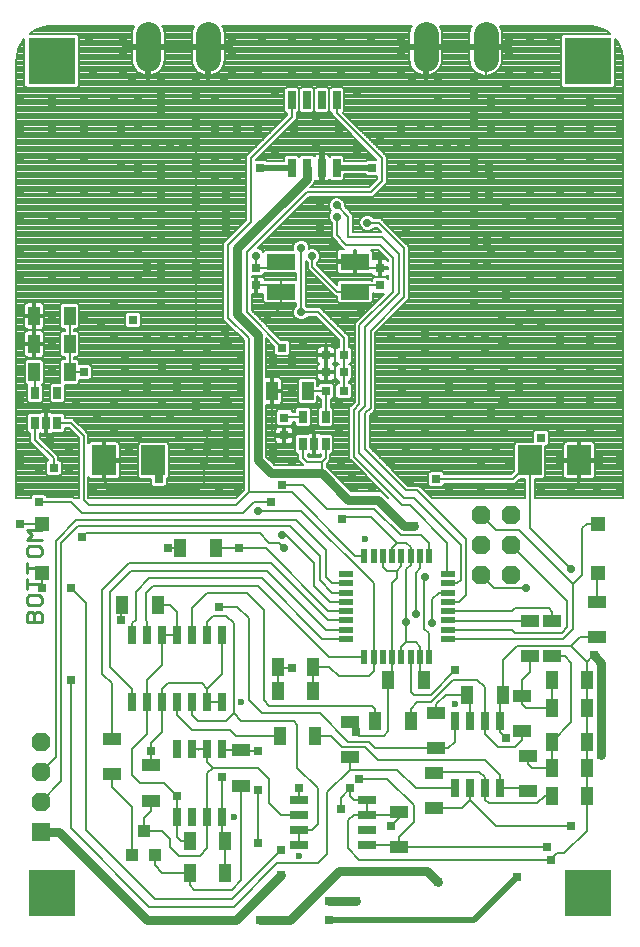
<source format=gbl>
G75*
G70*
%OFA0B0*%
%FSLAX24Y24*%
%IPPOS*%
%LPD*%
%AMOC8*
5,1,8,0,0,1.08239X$1,22.5*
%
%ADD10C,0.0080*%
%ADD11C,0.0090*%
%ADD12C,0.0236*%
%ADD13R,0.0630X0.0630*%
%ADD14OC8,0.0630*%
%ADD15R,0.0394X0.0630*%
%ADD16R,0.0220X0.0500*%
%ADD17R,0.0500X0.0220*%
%ADD18R,0.0630X0.0394*%
%ADD19R,0.0256X0.0630*%
%ADD20R,0.0394X0.0394*%
%ADD21R,0.0630X0.0256*%
%ADD22R,0.0787X0.0984*%
%ADD23R,0.0276X0.0433*%
%ADD24R,0.0315X0.0630*%
%ADD25R,0.0315X0.0315*%
%ADD26C,0.0825*%
%ADD27R,0.0945X0.0551*%
%ADD28R,0.0500X0.0500*%
%ADD29C,0.0315*%
%ADD30R,0.0290X0.0290*%
%ADD31C,0.0100*%
%ADD32C,0.0290*%
%ADD33C,0.0197*%
%ADD34C,0.0295*%
%ADD35R,0.1581X0.1581*%
D10*
X002941Y004504D02*
X002941Y009441D01*
X004004Y009629D02*
X004317Y009317D01*
X004317Y007469D01*
X005004Y007129D02*
X005004Y006254D01*
X005254Y006004D01*
X006067Y006004D01*
X006504Y005567D01*
X006504Y004879D01*
X006504Y004191D01*
X006629Y004067D01*
X006913Y004067D01*
X007254Y003567D02*
X006567Y003567D01*
X006254Y003879D01*
X006254Y004129D01*
X005985Y004398D01*
X005379Y004398D01*
X005379Y004817D01*
X005629Y005067D01*
X005629Y005413D01*
X005005Y005191D02*
X004317Y005879D01*
X004317Y006288D01*
X005004Y007129D02*
X005504Y007629D01*
X005504Y008691D01*
X005504Y009441D01*
X006004Y009941D01*
X006004Y010941D01*
X006504Y010941D01*
X006504Y011691D01*
X006254Y011941D01*
X005844Y011941D01*
X005441Y012317D02*
X005441Y011441D01*
X005504Y011379D01*
X005504Y010941D01*
X005004Y010941D02*
X005004Y011317D01*
X005129Y011441D01*
X005129Y012379D01*
X005567Y012817D01*
X009317Y012817D01*
X011334Y010799D01*
X012126Y010799D01*
X012126Y011109D02*
X011461Y011109D01*
X009504Y013067D01*
X004941Y013067D01*
X004254Y012379D01*
X004254Y009879D01*
X005004Y009129D01*
X005004Y008691D01*
X006004Y008691D02*
X006004Y007691D01*
X005629Y007317D01*
X005629Y007067D01*
X005629Y006594D01*
X005005Y005191D02*
X005005Y003610D01*
X005753Y003610D02*
X005753Y003255D01*
X006004Y003004D01*
X006913Y003004D01*
X006913Y002594D01*
X007067Y002441D01*
X008317Y002441D01*
X008629Y002754D01*
X008629Y005913D01*
X009191Y005754D02*
X009191Y004004D01*
X009817Y003317D02*
X011191Y003317D01*
X011504Y003629D01*
X011504Y005691D01*
X012254Y006441D01*
X013817Y006441D01*
X014441Y005817D01*
X015754Y005817D01*
X016254Y005817D02*
X016254Y005441D01*
X017129Y004567D01*
X019629Y004567D01*
X020157Y004409D02*
X019402Y003654D01*
X019165Y003654D01*
X018929Y003417D01*
X018941Y003441D02*
X012567Y003441D01*
X012191Y003817D01*
X012191Y004754D01*
X012379Y004941D01*
X012817Y004941D01*
X012817Y005441D01*
X012379Y005441D01*
X012254Y005567D01*
X012254Y005817D01*
X011941Y005504D01*
X011941Y005129D01*
X012817Y004941D02*
X013788Y004941D01*
X013879Y005032D01*
X013879Y004817D01*
X013629Y004567D01*
X013879Y004191D02*
X014379Y004691D01*
X014379Y005254D01*
X013504Y006129D01*
X012567Y006129D01*
X012254Y006441D02*
X012254Y006851D01*
X012004Y007191D02*
X011629Y007567D01*
X011094Y007567D01*
X011254Y008317D02*
X009317Y008317D01*
X008879Y008754D01*
X008879Y011504D01*
X008504Y011879D01*
X007879Y011879D01*
X007691Y011567D02*
X008129Y011567D01*
X008379Y011317D01*
X008379Y008317D01*
X008629Y008067D01*
X010379Y008067D01*
X010504Y007941D01*
X010504Y006504D01*
X011191Y005817D01*
X011191Y004629D01*
X011004Y004441D01*
X010567Y004441D01*
X010567Y003941D01*
X009941Y003754D02*
X008317Y002129D01*
X005754Y002129D01*
X003441Y004441D01*
X003441Y012004D01*
X002941Y012504D01*
X004004Y012441D02*
X004004Y009629D01*
X004629Y011441D02*
X004629Y011907D01*
X004663Y011941D01*
X004004Y012441D02*
X004879Y013317D01*
X009629Y013317D01*
X011526Y011419D01*
X012126Y011419D01*
X012126Y011729D02*
X011529Y011729D01*
X009441Y013817D01*
X008567Y013817D01*
X007782Y013817D01*
X008691Y015004D02*
X003317Y015004D01*
X002941Y015379D01*
X001879Y015379D01*
X001614Y015504D02*
X001614Y015573D01*
X001684Y015644D01*
X002073Y015644D01*
X002144Y015573D01*
X002144Y015539D01*
X002942Y015539D01*
X003008Y015539D01*
X003008Y015539D01*
X003042Y015504D01*
X003219Y015504D01*
X003219Y015507D01*
X003219Y015508D01*
X003219Y017500D01*
X002875Y017844D01*
X002762Y017844D01*
X002762Y017738D01*
X002692Y017667D01*
X002339Y017667D01*
X002321Y017657D01*
X002286Y017647D01*
X002158Y017647D01*
X002158Y017975D01*
X002101Y017975D01*
X002101Y017647D01*
X001973Y017647D01*
X001938Y017657D01*
X001920Y017667D01*
X001914Y017667D01*
X001914Y017507D01*
X002445Y016976D01*
X002539Y016883D01*
X002539Y016769D01*
X002573Y016769D01*
X002644Y016699D01*
X002644Y016309D01*
X002573Y016239D01*
X002184Y016239D01*
X002114Y016309D01*
X002114Y016699D01*
X002184Y016769D01*
X002200Y016769D01*
X001594Y017375D01*
X001594Y017507D01*
X001594Y017667D01*
X001567Y017667D01*
X001497Y017738D01*
X001497Y018270D01*
X001567Y018340D01*
X001920Y018340D01*
X001938Y018351D01*
X001973Y018360D01*
X002101Y018360D01*
X002101Y018033D01*
X002158Y018033D01*
X002158Y018360D01*
X002286Y018360D01*
X002321Y018351D01*
X002339Y018340D01*
X002692Y018340D01*
X002762Y018270D01*
X002762Y018164D01*
X003008Y018164D01*
X003101Y018070D01*
X003445Y017726D01*
X003539Y017633D01*
X003539Y017319D01*
X003546Y017332D01*
X003572Y017358D01*
X003604Y017376D01*
X003640Y017386D01*
X004012Y017386D01*
X004012Y016794D01*
X004092Y016794D01*
X004092Y017386D01*
X004464Y017386D01*
X004500Y017376D01*
X004532Y017358D01*
X004558Y017332D01*
X004576Y017300D01*
X004586Y017264D01*
X004586Y016794D01*
X004092Y016794D01*
X004092Y016714D01*
X004586Y016714D01*
X004586Y016243D01*
X004576Y016208D01*
X004558Y016176D01*
X004532Y016150D01*
X004500Y016131D01*
X004464Y016122D01*
X004092Y016122D01*
X004092Y016714D01*
X004012Y016714D01*
X004012Y016122D01*
X003640Y016122D01*
X003604Y016131D01*
X003572Y016150D01*
X003546Y016176D01*
X003539Y016189D01*
X003539Y015508D01*
X003542Y015504D01*
X008465Y015504D01*
X008719Y015758D01*
X008719Y020750D01*
X008125Y021344D01*
X008031Y021438D01*
X008031Y023875D01*
X008031Y024008D01*
X008781Y024758D01*
X008781Y026750D01*
X008781Y026883D01*
X010157Y028258D01*
X010157Y028319D01*
X010139Y028319D01*
X010069Y028389D01*
X010069Y029119D01*
X010139Y029189D01*
X010494Y029189D01*
X010564Y029119D01*
X010564Y028389D01*
X010494Y028319D01*
X010476Y028319D01*
X010476Y028125D01*
X010476Y028125D01*
X009120Y026769D01*
X009449Y026769D01*
X009495Y026722D01*
X010069Y026722D01*
X010069Y026869D01*
X010139Y026939D01*
X010494Y026939D01*
X010552Y026881D01*
X010609Y026939D01*
X011024Y026939D01*
X011070Y026893D01*
X011077Y026905D01*
X011103Y026931D01*
X011135Y026949D01*
X011170Y026959D01*
X011292Y026959D01*
X011292Y026528D01*
X011341Y026528D01*
X011341Y026959D01*
X011463Y026959D01*
X011499Y026949D01*
X011530Y026931D01*
X011556Y026905D01*
X011574Y026874D01*
X011639Y026939D01*
X011994Y026939D01*
X012064Y026869D01*
X012064Y026722D01*
X012763Y026722D01*
X012809Y026769D01*
X013138Y026769D01*
X011750Y028157D01*
X011657Y028250D01*
X011657Y028319D01*
X011639Y028319D01*
X011569Y028389D01*
X011569Y029119D01*
X011639Y029189D01*
X011994Y029189D01*
X012064Y029119D01*
X012064Y028389D01*
X012017Y028342D01*
X013476Y026883D01*
X013476Y026750D01*
X013476Y026000D01*
X013383Y025907D01*
X013008Y025531D01*
X012875Y025531D01*
X010883Y025531D01*
X009182Y023831D01*
X009279Y023791D01*
X009353Y023717D01*
X009356Y023711D01*
X009419Y023774D01*
X010369Y023774D01*
X010364Y023787D01*
X010364Y023892D01*
X010404Y023989D01*
X010479Y024064D01*
X010576Y024104D01*
X010681Y024104D01*
X010779Y024064D01*
X010853Y023989D01*
X010894Y023892D01*
X010894Y023791D01*
X010951Y023815D01*
X011057Y023815D01*
X011154Y023775D01*
X011229Y023700D01*
X011269Y023603D01*
X011269Y023497D01*
X011229Y023400D01*
X011164Y023335D01*
X011164Y023258D01*
X011829Y022592D01*
X011829Y022704D01*
X011899Y022774D01*
X012944Y022774D01*
X012975Y022743D01*
X012976Y022743D01*
X012976Y022791D01*
X013047Y022861D01*
X013461Y022861D01*
X013531Y022791D01*
X013531Y022944D01*
X013523Y022931D01*
X013497Y022904D01*
X013465Y022886D01*
X013430Y022877D01*
X013293Y022877D01*
X013293Y023135D01*
X013531Y023135D01*
X013531Y023213D01*
X013293Y023213D01*
X013293Y023135D01*
X013215Y023135D01*
X013215Y022877D01*
X013078Y022877D01*
X013042Y022886D01*
X013010Y022904D01*
X012984Y022931D01*
X012966Y022962D01*
X012961Y022980D01*
X012948Y022973D01*
X012913Y022963D01*
X012462Y022963D01*
X012462Y023339D01*
X012382Y023339D01*
X012382Y022963D01*
X011931Y022963D01*
X011895Y022973D01*
X011863Y022991D01*
X011837Y023017D01*
X011819Y023049D01*
X011809Y023085D01*
X011809Y023339D01*
X012381Y023339D01*
X012381Y023419D01*
X011809Y023419D01*
X011809Y023673D01*
X011819Y023708D01*
X011837Y023740D01*
X011863Y023766D01*
X011895Y023785D01*
X011931Y023794D01*
X012049Y023794D01*
X012004Y023840D01*
X011969Y023875D01*
X011969Y023875D01*
X011715Y024129D01*
X011657Y024188D01*
X011657Y024188D01*
X011656Y024188D01*
X011657Y024253D01*
X011657Y024664D01*
X011592Y024729D01*
X011552Y024826D01*
X011552Y024931D01*
X010282Y024931D01*
X010204Y024852D02*
X011552Y024852D01*
X011552Y024931D02*
X011592Y025029D01*
X011629Y025066D01*
X011592Y025104D01*
X011552Y025201D01*
X011552Y025307D01*
X011592Y025404D01*
X011666Y025479D01*
X011764Y025519D01*
X011869Y025519D01*
X011967Y025479D01*
X012041Y025404D01*
X012081Y025307D01*
X012081Y025215D01*
X012351Y024945D01*
X012351Y024813D01*
X012351Y024351D01*
X013250Y024351D01*
X013250Y024351D01*
X013305Y024351D01*
X013188Y024469D01*
X013188Y024469D01*
X013166Y024490D01*
X013148Y024508D01*
X013047Y024508D01*
X012983Y024443D01*
X012885Y024403D01*
X012780Y024403D01*
X012683Y024443D01*
X012608Y024518D01*
X012568Y024615D01*
X012568Y024721D01*
X012608Y024818D01*
X012683Y024893D01*
X012780Y024933D01*
X012885Y024933D01*
X012983Y024893D01*
X013047Y024828D01*
X013281Y024828D01*
X013375Y024734D01*
X013399Y024710D01*
X014133Y023976D01*
X014133Y023976D01*
X014150Y023959D01*
X014226Y023883D01*
X014226Y023750D01*
X014226Y022125D01*
X014226Y022125D01*
X013101Y021000D01*
X013101Y018438D01*
X013008Y018344D01*
X013008Y018344D01*
X012914Y018250D01*
X012914Y017195D01*
X014195Y015914D01*
X014438Y015914D01*
X014570Y015914D01*
X014570Y015914D01*
X014664Y015820D01*
X018094Y015820D01*
X018094Y015898D02*
X015358Y015898D01*
X015324Y015864D02*
X015394Y015934D01*
X015394Y015969D01*
X017691Y015969D01*
X017758Y015969D01*
X017815Y016027D01*
X017930Y016142D01*
X018094Y016142D01*
X018094Y015504D01*
X014980Y015504D01*
X014664Y015820D01*
X014664Y015820D01*
X014586Y015898D02*
X014900Y015898D01*
X014934Y015864D02*
X014864Y015934D01*
X014864Y016324D01*
X014934Y016394D01*
X015324Y016394D01*
X015394Y016324D01*
X015394Y016289D01*
X017625Y016289D01*
X017726Y016390D01*
X017726Y017296D01*
X017796Y017366D01*
X018364Y017366D01*
X018364Y017699D01*
X018434Y017769D01*
X018823Y017769D01*
X018894Y017699D01*
X018894Y017309D01*
X018823Y017239D01*
X018753Y017239D01*
X018753Y016212D01*
X018683Y016142D01*
X018414Y016142D01*
X018414Y015504D01*
X021370Y015504D01*
X021370Y030067D01*
X021363Y030199D01*
X021304Y030456D01*
X021190Y030694D01*
X021102Y030804D01*
X021102Y029226D01*
X021032Y029156D01*
X019351Y029156D01*
X019281Y029226D01*
X019281Y030907D01*
X019351Y030977D01*
X020929Y030977D01*
X020819Y031065D01*
X020581Y031179D01*
X020323Y031238D01*
X020198Y031245D01*
X017250Y031245D01*
X017251Y031244D01*
X017291Y031166D01*
X017318Y031083D01*
X017331Y030997D01*
X017331Y030541D01*
X016779Y030541D01*
X016779Y029576D01*
X016822Y029576D01*
X016908Y029590D01*
X016991Y029617D01*
X017068Y029656D01*
X017139Y029707D01*
X017200Y029769D01*
X017251Y029839D01*
X017291Y029917D01*
X017318Y029999D01*
X017331Y030085D01*
X017331Y030541D01*
X016779Y030541D01*
X016779Y030541D01*
X016779Y030541D01*
X016779Y029504D01*
X016779Y029576D02*
X016779Y030541D01*
X016778Y030541D02*
X016226Y030541D01*
X016226Y030085D01*
X016240Y029999D01*
X016267Y029917D01*
X016306Y029839D01*
X016357Y029769D01*
X016419Y029707D01*
X016489Y029656D01*
X016567Y029617D01*
X016649Y029590D01*
X016735Y029576D01*
X016779Y029576D01*
X016779Y029644D02*
X016779Y029644D01*
X016779Y029722D02*
X016779Y029722D01*
X016779Y029801D02*
X016779Y029801D01*
X016779Y029879D02*
X016779Y029879D01*
X016779Y029958D02*
X016779Y029958D01*
X016779Y030036D02*
X016779Y030036D01*
X016779Y030115D02*
X016779Y030115D01*
X016779Y030193D02*
X016779Y030193D01*
X016779Y030272D02*
X016779Y030272D01*
X016779Y030350D02*
X016779Y030350D01*
X016779Y030429D02*
X016779Y030429D01*
X016779Y030507D02*
X016779Y030507D01*
X016778Y030541D02*
X016778Y030541D01*
X016226Y030541D01*
X016226Y030997D01*
X016240Y031083D01*
X016267Y031166D01*
X016306Y031244D01*
X016307Y031245D01*
X015250Y031245D01*
X015251Y031244D01*
X015291Y031166D01*
X015318Y031083D01*
X015331Y030997D01*
X015331Y030541D01*
X014779Y030541D01*
X014779Y029576D01*
X014822Y029576D01*
X014908Y029590D01*
X014991Y029617D01*
X015068Y029656D01*
X015139Y029707D01*
X015200Y029769D01*
X015251Y029839D01*
X015291Y029917D01*
X015318Y029999D01*
X015331Y030085D01*
X015331Y030541D01*
X014779Y030541D01*
X014779Y030541D01*
X014779Y030541D01*
X014779Y029576D01*
X014735Y029576D01*
X014649Y029590D01*
X014567Y029617D01*
X014489Y029656D01*
X014419Y029707D01*
X014357Y029769D01*
X014306Y029839D01*
X014267Y029917D01*
X014240Y029999D01*
X014226Y030085D01*
X014226Y030541D01*
X014778Y030541D01*
X014778Y030541D01*
X014226Y030541D01*
X014226Y030997D01*
X014240Y031083D01*
X014267Y031166D01*
X014306Y031244D01*
X014307Y031245D01*
X008000Y031245D01*
X008001Y031244D01*
X008041Y031166D01*
X008068Y031083D01*
X008081Y030997D01*
X008081Y030541D01*
X007529Y030541D01*
X007529Y029576D01*
X007572Y029576D01*
X007658Y029590D01*
X007741Y029617D01*
X007818Y029656D01*
X007889Y029707D01*
X007950Y029769D01*
X008001Y029839D01*
X008041Y029917D01*
X008068Y029999D01*
X008081Y030085D01*
X008081Y030541D01*
X007529Y030541D01*
X007529Y030541D01*
X007529Y030541D01*
X007529Y029576D01*
X007485Y029576D01*
X007399Y029590D01*
X007317Y029617D01*
X007239Y029656D01*
X007169Y029707D01*
X007107Y029769D01*
X007056Y029839D01*
X007017Y029917D01*
X006990Y029999D01*
X006976Y030085D01*
X006976Y030541D01*
X007528Y030541D01*
X007528Y030541D01*
X006976Y030541D01*
X006976Y030997D01*
X006990Y031083D01*
X007017Y031166D01*
X007056Y031244D01*
X007057Y031245D01*
X006000Y031245D01*
X006001Y031244D01*
X006041Y031166D01*
X006068Y031083D01*
X006081Y030997D01*
X006081Y030541D01*
X005529Y030541D01*
X005529Y029576D01*
X005572Y029576D01*
X005658Y029590D01*
X005741Y029617D01*
X005818Y029656D01*
X005889Y029707D01*
X005950Y029769D01*
X006001Y029839D01*
X006041Y029917D01*
X006068Y029999D01*
X006081Y030085D01*
X006081Y030541D01*
X005529Y030541D01*
X005529Y030541D01*
X005529Y030541D01*
X005529Y029576D01*
X005485Y029576D01*
X005399Y029590D01*
X005317Y029617D01*
X005239Y029656D01*
X005169Y029707D01*
X005107Y029769D01*
X005056Y029839D01*
X005017Y029917D01*
X004990Y029999D01*
X004976Y030085D01*
X004976Y030541D01*
X005528Y030541D01*
X005528Y030541D01*
X004976Y030541D01*
X004976Y030997D01*
X004990Y031083D01*
X005017Y031166D01*
X005056Y031244D01*
X005057Y031245D01*
X002443Y031245D01*
X002317Y031245D01*
X002185Y031238D01*
X001927Y031179D01*
X001689Y031064D01*
X001580Y030977D01*
X003157Y030977D01*
X003227Y030907D01*
X003227Y029226D01*
X003157Y029156D01*
X001476Y029156D01*
X001406Y029226D01*
X001406Y030803D01*
X001319Y030694D01*
X001204Y030456D01*
X001145Y030198D01*
X001138Y030066D01*
X001138Y029940D01*
X001138Y029940D01*
X001138Y015504D01*
X001614Y015504D01*
X001614Y015506D02*
X001138Y015506D01*
X001138Y015584D02*
X001625Y015584D01*
X001138Y015663D02*
X003219Y015663D01*
X003219Y015741D02*
X001138Y015741D01*
X001138Y015820D02*
X003219Y015820D01*
X003219Y015898D02*
X001138Y015898D01*
X001138Y015977D02*
X003219Y015977D01*
X003219Y016056D02*
X001138Y016056D01*
X001138Y016134D02*
X003219Y016134D01*
X003219Y016213D02*
X001138Y016213D01*
X001138Y016291D02*
X002132Y016291D01*
X002114Y016370D02*
X001138Y016370D01*
X001138Y016448D02*
X002114Y016448D01*
X002114Y016527D02*
X001138Y016527D01*
X001138Y016605D02*
X002114Y016605D01*
X002114Y016684D02*
X001138Y016684D01*
X001138Y016762D02*
X002178Y016762D01*
X002128Y016841D02*
X001138Y016841D01*
X001138Y016919D02*
X002049Y016919D01*
X001971Y016998D02*
X001138Y016998D01*
X001138Y017077D02*
X001892Y017077D01*
X001814Y017155D02*
X001138Y017155D01*
X001138Y017234D02*
X001735Y017234D01*
X001657Y017312D02*
X001138Y017312D01*
X001138Y017391D02*
X001594Y017391D01*
X001594Y017469D02*
X001138Y017469D01*
X001138Y017548D02*
X001594Y017548D01*
X001594Y017626D02*
X001138Y017626D01*
X001138Y017705D02*
X001530Y017705D01*
X001497Y017783D02*
X001138Y017783D01*
X001138Y017862D02*
X001497Y017862D01*
X001497Y017941D02*
X001138Y017941D01*
X001138Y018019D02*
X001497Y018019D01*
X001497Y018098D02*
X001138Y018098D01*
X001138Y018176D02*
X001497Y018176D01*
X001497Y018255D02*
X001138Y018255D01*
X001138Y018333D02*
X001560Y018333D01*
X001567Y018667D02*
X001942Y018667D01*
X002012Y018738D01*
X002012Y019270D01*
X001999Y019283D01*
X002043Y019327D01*
X002043Y020056D01*
X001973Y020126D01*
X001479Y020126D01*
X001409Y020056D01*
X001409Y019327D01*
X001479Y019256D01*
X001497Y019256D01*
X001497Y018738D01*
X001567Y018667D01*
X001508Y018726D02*
X001138Y018726D01*
X001138Y018647D02*
X007969Y018647D01*
X007969Y018612D02*
X008063Y018519D01*
X008195Y018519D01*
X008289Y018612D01*
X008289Y018758D01*
X008195Y018851D01*
X008063Y018851D01*
X007969Y018758D01*
X007969Y018612D01*
X008013Y018569D02*
X001138Y018569D01*
X001138Y018490D02*
X008719Y018490D01*
X008719Y018412D02*
X001138Y018412D01*
X001138Y018805D02*
X001497Y018805D01*
X001497Y018883D02*
X001138Y018883D01*
X001138Y018962D02*
X001497Y018962D01*
X001497Y019040D02*
X001138Y019040D01*
X001138Y019119D02*
X001497Y019119D01*
X001497Y019197D02*
X001138Y019197D01*
X001138Y019276D02*
X001460Y019276D01*
X001409Y019354D02*
X001138Y019354D01*
X001138Y019433D02*
X001409Y019433D01*
X001409Y019511D02*
X001138Y019511D01*
X001138Y019590D02*
X001409Y019590D01*
X001409Y019669D02*
X001138Y019669D01*
X001138Y019747D02*
X001409Y019747D01*
X001409Y019826D02*
X001138Y019826D01*
X001138Y019904D02*
X001409Y019904D01*
X001409Y019983D02*
X001138Y019983D01*
X001138Y020061D02*
X001414Y020061D01*
X001475Y020183D02*
X001511Y020174D01*
X001686Y020174D01*
X001686Y020589D01*
X001389Y020589D01*
X001389Y020295D01*
X001399Y020260D01*
X001417Y020228D01*
X001443Y020202D01*
X001475Y020183D01*
X001427Y020218D02*
X001138Y020218D01*
X001138Y020140D02*
X002747Y020140D01*
X002747Y020126D02*
X002661Y020126D01*
X002590Y020056D01*
X002590Y019340D01*
X002317Y019340D01*
X002247Y019270D01*
X002247Y018738D01*
X002317Y018667D01*
X002692Y018667D01*
X002762Y018738D01*
X002762Y019256D01*
X003154Y019256D01*
X003224Y019327D01*
X003224Y019426D01*
X003573Y019426D01*
X003644Y019497D01*
X003644Y019886D01*
X003573Y019956D01*
X003224Y019956D01*
X003224Y020056D01*
X003154Y020126D01*
X003067Y020126D01*
X003067Y020194D01*
X003154Y020194D01*
X003224Y020264D01*
X003224Y020993D01*
X003154Y021064D01*
X003067Y021064D01*
X003067Y021132D01*
X003154Y021132D01*
X003224Y021202D01*
X003224Y021931D01*
X003154Y022001D01*
X002661Y022001D01*
X002590Y021931D01*
X002590Y021202D01*
X002661Y021132D01*
X002747Y021132D01*
X002747Y021064D01*
X002661Y021064D01*
X002590Y020993D01*
X002590Y020264D01*
X002661Y020194D01*
X002747Y020194D01*
X002747Y020126D01*
X002636Y020218D02*
X002025Y020218D01*
X002035Y020228D02*
X002009Y020202D01*
X001977Y020183D01*
X001941Y020174D01*
X001766Y020174D01*
X001766Y020589D01*
X001766Y020669D01*
X001686Y020669D01*
X001686Y021084D01*
X001511Y021084D01*
X001475Y021074D01*
X001443Y021056D01*
X001417Y021030D01*
X001399Y020998D01*
X001389Y020962D01*
X001389Y020669D01*
X001686Y020669D01*
X001686Y020589D01*
X001766Y020589D01*
X002063Y020589D01*
X002063Y020295D01*
X002053Y020260D01*
X002035Y020228D01*
X002063Y020297D02*
X002590Y020297D01*
X002590Y020375D02*
X002063Y020375D01*
X002063Y020454D02*
X002590Y020454D01*
X002590Y020532D02*
X002063Y020532D01*
X002004Y020629D02*
X001726Y020629D01*
X001726Y020191D01*
X001686Y020218D02*
X001766Y020218D01*
X001766Y020297D02*
X001686Y020297D01*
X001686Y020375D02*
X001766Y020375D01*
X001766Y020454D02*
X001686Y020454D01*
X001686Y020532D02*
X001766Y020532D01*
X001766Y020611D02*
X002590Y020611D01*
X002590Y020690D02*
X002063Y020690D01*
X002063Y020669D02*
X002063Y020962D01*
X002053Y020998D01*
X002035Y021030D01*
X002009Y021056D01*
X001977Y021074D01*
X001941Y021084D01*
X001766Y021084D01*
X001766Y020669D01*
X002063Y020669D01*
X002063Y020768D02*
X002590Y020768D01*
X002590Y020847D02*
X002063Y020847D01*
X002063Y020925D02*
X002590Y020925D01*
X002601Y021004D02*
X002050Y021004D01*
X001946Y021082D02*
X002747Y021082D01*
X002631Y021161D02*
X002030Y021161D01*
X002035Y021166D02*
X002053Y021198D01*
X002063Y021233D01*
X002063Y021527D01*
X001766Y021527D01*
X001766Y021606D01*
X002063Y021606D01*
X002063Y021900D01*
X002053Y021936D01*
X002035Y021967D01*
X002009Y021994D01*
X001977Y022012D01*
X001941Y022021D01*
X001766Y022021D01*
X001766Y021607D01*
X001686Y021607D01*
X001686Y022021D01*
X001511Y022021D01*
X001475Y022012D01*
X001443Y021994D01*
X001417Y021967D01*
X001399Y021936D01*
X001389Y021900D01*
X001389Y021606D01*
X001686Y021606D01*
X001686Y021527D01*
X001389Y021527D01*
X001389Y021233D01*
X001399Y021198D01*
X001417Y021166D01*
X001443Y021140D01*
X001475Y021121D01*
X001511Y021112D01*
X001686Y021112D01*
X001686Y021526D01*
X001766Y021526D01*
X001766Y021112D01*
X001941Y021112D01*
X001977Y021121D01*
X002009Y021140D01*
X002035Y021166D01*
X002063Y021239D02*
X002590Y021239D01*
X002590Y021318D02*
X002063Y021318D01*
X002063Y021396D02*
X002590Y021396D01*
X002590Y021475D02*
X002063Y021475D01*
X002004Y021567D02*
X001726Y021567D01*
X001726Y022004D01*
X001686Y021946D02*
X001766Y021946D01*
X001766Y021868D02*
X001686Y021868D01*
X001686Y021789D02*
X001766Y021789D01*
X001766Y021711D02*
X001686Y021711D01*
X001686Y021632D02*
X001766Y021632D01*
X001726Y021567D02*
X001254Y021567D01*
X001254Y021754D01*
X001138Y021789D02*
X001389Y021789D01*
X001389Y021711D02*
X001138Y021711D01*
X001138Y021632D02*
X001389Y021632D01*
X001389Y021475D02*
X001138Y021475D01*
X001138Y021554D02*
X001686Y021554D01*
X001726Y021567D02*
X001726Y020629D01*
X001254Y020629D01*
X001254Y020754D01*
X001138Y020768D02*
X001389Y020768D01*
X001389Y020690D02*
X001138Y020690D01*
X001138Y020611D02*
X001686Y020611D01*
X001686Y020690D02*
X001766Y020690D01*
X001766Y020768D02*
X001686Y020768D01*
X001686Y020847D02*
X001766Y020847D01*
X001766Y020925D02*
X001686Y020925D01*
X001686Y021004D02*
X001766Y021004D01*
X001766Y021082D02*
X001686Y021082D01*
X001686Y021161D02*
X001766Y021161D01*
X001766Y021239D02*
X001686Y021239D01*
X001686Y021318D02*
X001766Y021318D01*
X001766Y021396D02*
X001686Y021396D01*
X001686Y021475D02*
X001766Y021475D01*
X001766Y021554D02*
X002590Y021554D01*
X002590Y021632D02*
X002063Y021632D01*
X002063Y021711D02*
X002590Y021711D01*
X002590Y021789D02*
X002063Y021789D01*
X002063Y021868D02*
X002590Y021868D01*
X002605Y021946D02*
X002047Y021946D01*
X001405Y021946D02*
X001138Y021946D01*
X001138Y021868D02*
X001389Y021868D01*
X001138Y022025D02*
X008031Y022025D01*
X008031Y022103D02*
X001138Y022103D01*
X001138Y022182D02*
X008031Y022182D01*
X008031Y022260D02*
X001138Y022260D01*
X001138Y022339D02*
X008031Y022339D01*
X008031Y022418D02*
X001138Y022418D01*
X001138Y022496D02*
X008031Y022496D01*
X008031Y022575D02*
X001138Y022575D01*
X001138Y022653D02*
X008031Y022653D01*
X008031Y022732D02*
X001138Y022732D01*
X001138Y022810D02*
X008031Y022810D01*
X008031Y022889D02*
X001138Y022889D01*
X001138Y022967D02*
X008031Y022967D01*
X008031Y023046D02*
X001138Y023046D01*
X001138Y023124D02*
X008031Y023124D01*
X008031Y023203D02*
X001138Y023203D01*
X001138Y023281D02*
X008031Y023281D01*
X008031Y023360D02*
X001138Y023360D01*
X001138Y023439D02*
X008031Y023439D01*
X008031Y023517D02*
X001138Y023517D01*
X001138Y023596D02*
X008031Y023596D01*
X008031Y023674D02*
X001138Y023674D01*
X001138Y023753D02*
X008031Y023753D01*
X008031Y023831D02*
X001138Y023831D01*
X001138Y023910D02*
X008031Y023910D01*
X008031Y023988D02*
X001138Y023988D01*
X001138Y024067D02*
X008091Y024067D01*
X008169Y024145D02*
X001138Y024145D01*
X001138Y024224D02*
X008248Y024224D01*
X008326Y024303D02*
X001138Y024303D01*
X001138Y024381D02*
X008405Y024381D01*
X008483Y024460D02*
X001138Y024460D01*
X001138Y024538D02*
X008562Y024538D01*
X008640Y024617D02*
X001138Y024617D01*
X001138Y024695D02*
X008719Y024695D01*
X008781Y024774D02*
X001138Y024774D01*
X001138Y024852D02*
X008781Y024852D01*
X008781Y024931D02*
X001138Y024931D01*
X001138Y025009D02*
X008781Y025009D01*
X008781Y025088D02*
X001138Y025088D01*
X001138Y025167D02*
X008781Y025167D01*
X008781Y025245D02*
X001138Y025245D01*
X001138Y025324D02*
X008781Y025324D01*
X008781Y025402D02*
X001138Y025402D01*
X001138Y025481D02*
X008781Y025481D01*
X008781Y025559D02*
X001138Y025559D01*
X001138Y025638D02*
X008781Y025638D01*
X008781Y025716D02*
X001138Y025716D01*
X001138Y025795D02*
X008781Y025795D01*
X008781Y025873D02*
X001138Y025873D01*
X001138Y025952D02*
X008781Y025952D01*
X008781Y026031D02*
X001138Y026031D01*
X001138Y026109D02*
X008781Y026109D01*
X008781Y026188D02*
X001138Y026188D01*
X001138Y026266D02*
X008781Y026266D01*
X008781Y026345D02*
X001138Y026345D01*
X001138Y026423D02*
X008781Y026423D01*
X008781Y026502D02*
X001138Y026502D01*
X001138Y026580D02*
X008781Y026580D01*
X008781Y026659D02*
X001138Y026659D01*
X001138Y026737D02*
X008781Y026737D01*
X008781Y026816D02*
X001138Y026816D01*
X001138Y026894D02*
X008793Y026894D01*
X008872Y026973D02*
X001138Y026973D01*
X001138Y027052D02*
X008950Y027052D01*
X009029Y027130D02*
X001138Y027130D01*
X001138Y027209D02*
X009107Y027209D01*
X009186Y027287D02*
X001138Y027287D01*
X001138Y027366D02*
X009264Y027366D01*
X009343Y027444D02*
X001138Y027444D01*
X001138Y027523D02*
X009422Y027523D01*
X009500Y027601D02*
X001138Y027601D01*
X001138Y027680D02*
X009579Y027680D01*
X009657Y027758D02*
X001138Y027758D01*
X001138Y027837D02*
X009736Y027837D01*
X009814Y027916D02*
X001138Y027916D01*
X001138Y027994D02*
X009893Y027994D01*
X009972Y028073D02*
X001138Y028073D01*
X001138Y028151D02*
X010050Y028151D01*
X010129Y028230D02*
X001138Y028230D01*
X001138Y028308D02*
X010157Y028308D01*
X010071Y028387D02*
X001138Y028387D01*
X001138Y028465D02*
X010069Y028465D01*
X010069Y028544D02*
X001138Y028544D01*
X001138Y028622D02*
X010069Y028622D01*
X010069Y028701D02*
X001138Y028701D01*
X001138Y028780D02*
X010069Y028780D01*
X010069Y028858D02*
X001138Y028858D01*
X001138Y028937D02*
X010069Y028937D01*
X010069Y029015D02*
X001138Y029015D01*
X001138Y029094D02*
X010069Y029094D01*
X010122Y029172D02*
X003173Y029172D01*
X003227Y029251D02*
X019281Y029251D01*
X019281Y029329D02*
X003227Y029329D01*
X003227Y029408D02*
X019281Y029408D01*
X019281Y029486D02*
X003227Y029486D01*
X003227Y029565D02*
X019281Y029565D01*
X019281Y029644D02*
X017044Y029644D01*
X017154Y029722D02*
X019281Y029722D01*
X019281Y029801D02*
X017223Y029801D01*
X017272Y029879D02*
X019281Y029879D01*
X019281Y029958D02*
X017304Y029958D01*
X017324Y030036D02*
X019281Y030036D01*
X019281Y030115D02*
X017331Y030115D01*
X017331Y030193D02*
X019281Y030193D01*
X019281Y030272D02*
X017331Y030272D01*
X017331Y030350D02*
X019281Y030350D01*
X019281Y030429D02*
X017331Y030429D01*
X017331Y030507D02*
X019281Y030507D01*
X019281Y030586D02*
X017331Y030586D01*
X017331Y030665D02*
X019281Y030665D01*
X019281Y030743D02*
X017331Y030743D01*
X017331Y030822D02*
X019281Y030822D01*
X019281Y030900D02*
X017331Y030900D01*
X017331Y030979D02*
X020926Y030979D01*
X020828Y031057D02*
X017322Y031057D01*
X017301Y031136D02*
X020671Y031136D01*
X020427Y031214D02*
X017266Y031214D01*
X016291Y031214D02*
X015266Y031214D01*
X015301Y031136D02*
X016257Y031136D01*
X016236Y031057D02*
X015322Y031057D01*
X015331Y030979D02*
X016226Y030979D01*
X016226Y030900D02*
X015331Y030900D01*
X015331Y030822D02*
X016226Y030822D01*
X016226Y030743D02*
X015331Y030743D01*
X015331Y030665D02*
X016226Y030665D01*
X016226Y030586D02*
X015331Y030586D01*
X015331Y030507D02*
X016226Y030507D01*
X016226Y030429D02*
X015331Y030429D01*
X015331Y030350D02*
X016226Y030350D01*
X016226Y030272D02*
X015331Y030272D01*
X015331Y030193D02*
X016226Y030193D01*
X016226Y030115D02*
X015331Y030115D01*
X015324Y030036D02*
X016234Y030036D01*
X016253Y029958D02*
X015304Y029958D01*
X015272Y029879D02*
X016286Y029879D01*
X016334Y029801D02*
X015223Y029801D01*
X015154Y029722D02*
X016404Y029722D01*
X016514Y029644D02*
X015044Y029644D01*
X014779Y029644D02*
X014779Y029644D01*
X014779Y029722D02*
X014779Y029722D01*
X014779Y029801D02*
X014779Y029801D01*
X014779Y029879D02*
X014779Y029879D01*
X014779Y029958D02*
X014779Y029958D01*
X014779Y030036D02*
X014779Y030036D01*
X014779Y030115D02*
X014779Y030115D01*
X014779Y030193D02*
X014779Y030193D01*
X014779Y030272D02*
X014779Y030272D01*
X014779Y030350D02*
X014779Y030350D01*
X014779Y030429D02*
X014779Y030429D01*
X014779Y030507D02*
X014779Y030507D01*
X014226Y030507D02*
X008081Y030507D01*
X008081Y030429D02*
X014226Y030429D01*
X014226Y030350D02*
X008081Y030350D01*
X008081Y030272D02*
X014226Y030272D01*
X014226Y030193D02*
X008081Y030193D01*
X008081Y030115D02*
X014226Y030115D01*
X014234Y030036D02*
X008074Y030036D01*
X008054Y029958D02*
X014253Y029958D01*
X014286Y029879D02*
X008022Y029879D01*
X007973Y029801D02*
X014334Y029801D01*
X014404Y029722D02*
X007904Y029722D01*
X007794Y029644D02*
X014514Y029644D01*
X014226Y030586D02*
X008081Y030586D01*
X008081Y030665D02*
X014226Y030665D01*
X014226Y030743D02*
X008081Y030743D01*
X008081Y030822D02*
X014226Y030822D01*
X014226Y030900D02*
X008081Y030900D01*
X008081Y030979D02*
X014226Y030979D01*
X014236Y031057D02*
X008072Y031057D01*
X008051Y031136D02*
X014257Y031136D01*
X014291Y031214D02*
X008016Y031214D01*
X007529Y030507D02*
X007529Y030507D01*
X007529Y030429D02*
X007529Y030429D01*
X007529Y030350D02*
X007529Y030350D01*
X007529Y030272D02*
X007529Y030272D01*
X007529Y030193D02*
X007529Y030193D01*
X007529Y030115D02*
X007529Y030115D01*
X007529Y030036D02*
X007529Y030036D01*
X007529Y029958D02*
X007529Y029958D01*
X007529Y029879D02*
X007529Y029879D01*
X007529Y029801D02*
X007529Y029801D01*
X007529Y029722D02*
X007529Y029722D01*
X007529Y029644D02*
X007529Y029644D01*
X007264Y029644D02*
X005794Y029644D01*
X005904Y029722D02*
X007154Y029722D01*
X007084Y029801D02*
X005973Y029801D01*
X006022Y029879D02*
X007036Y029879D01*
X007003Y029958D02*
X006054Y029958D01*
X006074Y030036D02*
X006984Y030036D01*
X006976Y030115D02*
X006081Y030115D01*
X006081Y030193D02*
X006976Y030193D01*
X006976Y030272D02*
X006081Y030272D01*
X006081Y030350D02*
X006976Y030350D01*
X006976Y030429D02*
X006081Y030429D01*
X006081Y030507D02*
X006976Y030507D01*
X006976Y030586D02*
X006081Y030586D01*
X006081Y030665D02*
X006976Y030665D01*
X006976Y030743D02*
X006081Y030743D01*
X006081Y030822D02*
X006976Y030822D01*
X006976Y030900D02*
X006081Y030900D01*
X006081Y030979D02*
X006976Y030979D01*
X006986Y031057D02*
X006072Y031057D01*
X006051Y031136D02*
X007007Y031136D01*
X007041Y031214D02*
X006016Y031214D01*
X005529Y030507D02*
X005529Y030507D01*
X005529Y030429D02*
X005529Y030429D01*
X005529Y030350D02*
X005529Y030350D01*
X005529Y030272D02*
X005529Y030272D01*
X005529Y030193D02*
X005529Y030193D01*
X005529Y030115D02*
X005529Y030115D01*
X005529Y030036D02*
X005529Y030036D01*
X005529Y029958D02*
X005529Y029958D01*
X005529Y029879D02*
X005529Y029879D01*
X005529Y029801D02*
X005529Y029801D01*
X005529Y029722D02*
X005529Y029722D01*
X005529Y029644D02*
X005529Y029644D01*
X005264Y029644D02*
X003227Y029644D01*
X003227Y029722D02*
X005154Y029722D01*
X005084Y029801D02*
X003227Y029801D01*
X003227Y029879D02*
X005036Y029879D01*
X005003Y029958D02*
X003227Y029958D01*
X003227Y030036D02*
X004984Y030036D01*
X004976Y030115D02*
X003227Y030115D01*
X003227Y030193D02*
X004976Y030193D01*
X004976Y030272D02*
X003227Y030272D01*
X003227Y030350D02*
X004976Y030350D01*
X004976Y030429D02*
X003227Y030429D01*
X003227Y030507D02*
X004976Y030507D01*
X004976Y030586D02*
X003227Y030586D01*
X003227Y030665D02*
X004976Y030665D01*
X004976Y030743D02*
X003227Y030743D01*
X003227Y030822D02*
X004976Y030822D01*
X004976Y030900D02*
X003227Y030900D01*
X002083Y031214D02*
X005041Y031214D01*
X005007Y031136D02*
X001838Y031136D01*
X001680Y031057D02*
X004986Y031057D01*
X004976Y030979D02*
X001582Y030979D01*
X001406Y030743D02*
X001358Y030743D01*
X001406Y030665D02*
X001305Y030665D01*
X001267Y030586D02*
X001406Y030586D01*
X001406Y030507D02*
X001229Y030507D01*
X001198Y030429D02*
X001406Y030429D01*
X001406Y030350D02*
X001180Y030350D01*
X001162Y030272D02*
X001406Y030272D01*
X001406Y030193D02*
X001145Y030193D01*
X001141Y030115D02*
X001406Y030115D01*
X001406Y030036D02*
X001138Y030036D01*
X001138Y029958D02*
X001406Y029958D01*
X001406Y029879D02*
X001138Y029879D01*
X001138Y029801D02*
X001406Y029801D01*
X001406Y029722D02*
X001138Y029722D01*
X001138Y029644D02*
X001406Y029644D01*
X001406Y029565D02*
X001138Y029565D01*
X001138Y029486D02*
X001406Y029486D01*
X001406Y029408D02*
X001138Y029408D01*
X001138Y029329D02*
X001406Y029329D01*
X001406Y029251D02*
X001138Y029251D01*
X001138Y029172D02*
X001460Y029172D01*
X004504Y027191D02*
X005191Y027191D01*
X005754Y027191D01*
X006254Y027191D01*
X006691Y027191D01*
X007129Y027191D01*
X007129Y026817D01*
X007129Y026504D01*
X007129Y025629D01*
X007129Y025254D01*
X007129Y024879D01*
X007129Y024504D01*
X007129Y024067D01*
X007129Y023629D01*
X007129Y023191D01*
X007129Y022754D01*
X007129Y020941D01*
X007004Y020817D01*
X007969Y020758D02*
X007969Y020612D01*
X008063Y020519D01*
X008195Y020519D01*
X008289Y020612D01*
X008289Y020758D01*
X008195Y020851D01*
X008063Y020851D01*
X007969Y020758D01*
X007980Y020768D02*
X003224Y020768D01*
X003224Y020690D02*
X007969Y020690D01*
X007971Y020611D02*
X003224Y020611D01*
X003224Y020532D02*
X008049Y020532D01*
X008209Y020532D02*
X008719Y020532D01*
X008719Y020454D02*
X003224Y020454D01*
X003224Y020375D02*
X008719Y020375D01*
X008719Y020297D02*
X003224Y020297D01*
X003178Y020218D02*
X008719Y020218D01*
X008719Y020140D02*
X003067Y020140D01*
X003219Y020061D02*
X008719Y020061D01*
X008719Y019983D02*
X003224Y019983D01*
X003379Y019691D02*
X002907Y019691D01*
X002907Y020629D01*
X002907Y021567D01*
X003067Y021082D02*
X008387Y021082D01*
X008465Y021004D02*
X003214Y021004D01*
X003224Y020925D02*
X008544Y020925D01*
X008622Y020847D02*
X008200Y020847D01*
X008279Y020768D02*
X008701Y020768D01*
X008719Y020690D02*
X008289Y020690D01*
X008288Y020611D02*
X008719Y020611D01*
X008879Y020817D02*
X008879Y015691D01*
X010317Y015691D01*
X012439Y013569D01*
X012737Y013569D01*
X013046Y012649D02*
X013046Y010189D01*
X013046Y009953D02*
X013046Y009734D01*
X012879Y009567D01*
X011879Y009567D01*
X011567Y009879D01*
X011032Y009879D01*
X011032Y009067D01*
X011254Y008317D02*
X012191Y007379D01*
X012879Y007379D01*
X013094Y007163D01*
X015129Y007163D01*
X015539Y007163D01*
X015754Y007379D01*
X015754Y008067D01*
X016254Y008067D02*
X016254Y008851D01*
X016163Y008941D01*
X015441Y008941D01*
X015129Y008629D01*
X015129Y008344D01*
X014941Y008691D02*
X015691Y009441D01*
X016504Y009441D01*
X016754Y009191D01*
X016754Y008067D01*
X016754Y007629D01*
X017191Y007191D01*
X017754Y007191D01*
X018004Y007441D01*
X018004Y007726D01*
X018191Y006907D02*
X018191Y006629D01*
X018317Y006504D01*
X018976Y006504D01*
X018976Y007379D01*
X019629Y008032D01*
X019629Y010004D01*
X019407Y010226D01*
X019004Y010226D01*
X019361Y010799D02*
X019691Y011129D01*
X019691Y012629D01*
X020004Y012941D01*
X020004Y014504D01*
X020143Y014643D01*
X020530Y014643D01*
X021370Y015506D02*
X018414Y015506D01*
X018414Y015584D02*
X021370Y015584D01*
X021370Y015663D02*
X018414Y015663D01*
X018414Y015741D02*
X021370Y015741D01*
X021370Y015820D02*
X018414Y015820D01*
X018414Y015898D02*
X021370Y015898D01*
X021370Y015977D02*
X018414Y015977D01*
X018414Y016056D02*
X021370Y016056D01*
X021370Y016134D02*
X020346Y016134D01*
X020341Y016131D02*
X020373Y016150D01*
X020399Y016176D01*
X020417Y016208D01*
X020427Y016243D01*
X020427Y016714D01*
X019933Y016714D01*
X019933Y016122D01*
X020305Y016122D01*
X020341Y016131D01*
X020419Y016213D02*
X021370Y016213D01*
X021370Y016291D02*
X020427Y016291D01*
X020427Y016370D02*
X021370Y016370D01*
X021370Y016448D02*
X020427Y016448D01*
X020427Y016527D02*
X021370Y016527D01*
X021370Y016605D02*
X020427Y016605D01*
X020427Y016684D02*
X021370Y016684D01*
X021370Y016762D02*
X019933Y016762D01*
X019933Y016794D02*
X020427Y016794D01*
X020427Y017264D01*
X020417Y017300D01*
X020399Y017332D01*
X020373Y017358D01*
X020341Y017376D01*
X020305Y017386D01*
X019933Y017386D01*
X019933Y016794D01*
X019853Y016794D01*
X019853Y016714D01*
X019360Y016714D01*
X019360Y016243D01*
X019369Y016208D01*
X019388Y016176D01*
X019414Y016150D01*
X019446Y016131D01*
X019481Y016122D01*
X019853Y016122D01*
X019853Y016714D01*
X019933Y016714D01*
X019933Y016794D01*
X019933Y016841D02*
X019853Y016841D01*
X019853Y016794D02*
X019853Y017386D01*
X019481Y017386D01*
X019446Y017376D01*
X019414Y017358D01*
X019388Y017332D01*
X019369Y017300D01*
X019360Y017264D01*
X019360Y016794D01*
X019853Y016794D01*
X019853Y016762D02*
X018753Y016762D01*
X018753Y016684D02*
X019360Y016684D01*
X019360Y016605D02*
X018753Y016605D01*
X018753Y016527D02*
X019360Y016527D01*
X019360Y016448D02*
X018753Y016448D01*
X018753Y016370D02*
X019360Y016370D01*
X019360Y016291D02*
X018753Y016291D01*
X018753Y016213D02*
X019368Y016213D01*
X019441Y016134D02*
X018414Y016134D01*
X018094Y016134D02*
X017923Y016134D01*
X017844Y016056D02*
X018094Y016056D01*
X018094Y015977D02*
X017765Y015977D01*
X017758Y015969D02*
X017758Y015969D01*
X017758Y015969D01*
X017691Y016129D02*
X018240Y016677D01*
X018240Y016754D01*
X018254Y016740D01*
X018254Y016691D01*
X018240Y016677D01*
X018254Y016691D02*
X018254Y014504D01*
X019629Y013129D01*
X019691Y012629D02*
X017879Y014441D01*
X017129Y014441D01*
X016629Y014941D01*
X016129Y014129D02*
X016129Y012254D01*
X015904Y012029D01*
X015507Y012029D01*
X015507Y011729D02*
X017667Y011729D01*
X017754Y011817D01*
X018879Y011817D01*
X019004Y011691D01*
X019004Y011407D01*
X019317Y011004D02*
X019504Y011191D01*
X019504Y012067D01*
X017629Y013941D01*
X018094Y015506D02*
X014978Y015506D01*
X014900Y015584D02*
X018094Y015584D01*
X018094Y015663D02*
X014821Y015663D01*
X014743Y015741D02*
X018094Y015741D01*
X017691Y016129D02*
X015129Y016129D01*
X014864Y016134D02*
X013975Y016134D01*
X013897Y016213D02*
X014864Y016213D01*
X014864Y016291D02*
X013818Y016291D01*
X013740Y016370D02*
X014910Y016370D01*
X014864Y016056D02*
X014054Y016056D01*
X014132Y015977D02*
X014864Y015977D01*
X014934Y015864D02*
X015324Y015864D01*
X015394Y016291D02*
X017627Y016291D01*
X017706Y016370D02*
X015348Y016370D01*
X014504Y015754D02*
X016129Y014129D01*
X015941Y013941D02*
X015941Y012754D01*
X015837Y012649D01*
X015506Y012649D01*
X015506Y012339D02*
X015465Y012339D01*
X015214Y012339D01*
X015004Y012129D01*
X015004Y011333D01*
X014715Y011129D02*
X014896Y010987D01*
X014896Y010189D01*
X014587Y010189D02*
X014587Y009574D01*
X014720Y009441D01*
X014941Y008941D02*
X014379Y008941D01*
X014276Y009044D01*
X014276Y010189D01*
X013967Y010189D02*
X013967Y010529D01*
X014129Y010691D01*
X014129Y011356D01*
X014129Y013129D01*
X014276Y013276D01*
X014276Y013569D01*
X014276Y013856D01*
X014129Y014004D01*
X013829Y014004D01*
X012954Y014879D01*
X012061Y014879D01*
X011983Y014800D01*
X011504Y015129D02*
X013067Y015129D01*
X013941Y014254D01*
X014629Y014254D01*
X014896Y013987D01*
X014896Y013569D01*
X014587Y013569D02*
X014587Y013149D01*
X014441Y013004D01*
X014441Y011629D01*
X014715Y011129D02*
X014715Y012839D01*
X014754Y012879D01*
X015506Y012959D02*
X015506Y014002D01*
X014254Y015254D01*
X014004Y015254D01*
X012379Y016879D01*
X012379Y018441D01*
X012567Y018629D01*
X012567Y021254D01*
X013691Y022379D01*
X013691Y023504D01*
X013254Y023941D01*
X012129Y023941D01*
X011817Y024254D01*
X011817Y024879D01*
X011573Y024774D02*
X010125Y024774D01*
X010047Y024695D02*
X011625Y024695D01*
X011657Y024617D02*
X009968Y024617D01*
X009890Y024538D02*
X011657Y024538D01*
X011657Y024460D02*
X009811Y024460D01*
X009733Y024381D02*
X011657Y024381D01*
X011657Y024303D02*
X009654Y024303D01*
X009575Y024224D02*
X011657Y024224D01*
X011699Y024145D02*
X009497Y024145D01*
X009418Y024067D02*
X010486Y024067D01*
X010404Y023988D02*
X009340Y023988D01*
X009261Y023910D02*
X010371Y023910D01*
X010364Y023831D02*
X009183Y023831D01*
X009317Y023753D02*
X009398Y023753D01*
X009129Y023567D02*
X009129Y023174D01*
X009737Y023174D01*
X009941Y023379D01*
X009941Y022817D02*
X009941Y021879D01*
X009504Y021441D01*
X009416Y021318D02*
X011338Y021318D01*
X011260Y021396D02*
X009338Y021396D01*
X009259Y021475D02*
X010470Y021475D01*
X010479Y021467D02*
X010576Y021426D01*
X010681Y021426D01*
X010779Y021467D01*
X010843Y021531D01*
X011125Y021531D01*
X011889Y020767D01*
X011889Y020531D01*
X011842Y020531D01*
X011772Y020461D01*
X011772Y020047D01*
X011842Y019976D01*
X011889Y019976D01*
X011889Y019969D01*
X011842Y019969D01*
X011772Y019899D01*
X011772Y019484D01*
X011842Y019414D01*
X011889Y019414D01*
X011889Y019344D01*
X011842Y019344D01*
X011772Y019274D01*
X011772Y018859D01*
X011842Y018789D01*
X012256Y018789D01*
X012327Y018859D01*
X012327Y019274D01*
X012256Y019344D01*
X012209Y019344D01*
X012209Y019414D01*
X012256Y019414D01*
X012327Y019484D01*
X012327Y019899D01*
X012256Y019969D01*
X012209Y019969D01*
X012209Y019976D01*
X012256Y019976D01*
X012327Y020047D01*
X012327Y020461D01*
X012256Y020531D01*
X012209Y020531D01*
X012209Y020900D01*
X012115Y020993D01*
X011258Y021851D01*
X011125Y021851D01*
X010843Y021851D01*
X010789Y021906D01*
X010789Y023391D01*
X010844Y023335D01*
X010844Y023258D01*
X010844Y023125D01*
X011750Y022219D01*
X011829Y022219D01*
X011829Y022053D01*
X011899Y021983D01*
X012944Y021983D01*
X013014Y022053D01*
X013014Y022339D01*
X013047Y022306D01*
X013392Y022306D01*
X012407Y021320D01*
X012407Y021188D01*
X012407Y018695D01*
X012313Y018601D01*
X012312Y018601D01*
X012259Y018548D01*
X012219Y018508D01*
X012219Y018508D01*
X012219Y018508D01*
X012219Y018441D01*
X012219Y018375D01*
X012219Y016945D01*
X012219Y016812D01*
X012221Y016810D01*
X012312Y016719D01*
X013528Y015504D01*
X013521Y015504D01*
X013427Y015599D01*
X013349Y015677D01*
X013348Y015677D01*
X013332Y015683D01*
X013247Y015719D01*
X012306Y015719D01*
X011552Y016474D01*
X011476Y016549D01*
X011476Y016625D01*
X011507Y016655D01*
X011601Y016749D01*
X011601Y016965D01*
X011628Y016965D01*
X011698Y017035D01*
X011698Y017567D01*
X011628Y017638D01*
X011277Y017638D01*
X011259Y017648D01*
X011223Y017658D01*
X011096Y017658D01*
X011096Y017330D01*
X011038Y017330D01*
X011038Y017658D01*
X010911Y017658D01*
X010875Y017648D01*
X010857Y017638D01*
X010505Y017638D01*
X010435Y017567D01*
X010435Y017035D01*
X010505Y016965D01*
X010533Y016965D01*
X010533Y016882D01*
X010533Y016749D01*
X010657Y016625D01*
X010688Y016594D01*
X009744Y016594D01*
X009459Y016879D01*
X009459Y018612D01*
X009623Y018612D01*
X009623Y019026D01*
X009703Y019026D01*
X009703Y018612D01*
X009879Y018612D01*
X009914Y018621D01*
X009946Y018640D01*
X009972Y018666D01*
X009991Y018698D01*
X010000Y018733D01*
X010000Y019027D01*
X009704Y019027D01*
X009704Y019106D01*
X010000Y019106D01*
X010000Y019400D01*
X009991Y019436D01*
X009972Y019467D01*
X009946Y019494D01*
X009914Y019512D01*
X009879Y019521D01*
X009703Y019521D01*
X009703Y019107D01*
X009623Y019107D01*
X009623Y019521D01*
X009459Y019521D01*
X009459Y020823D01*
X009739Y020543D01*
X009739Y020309D01*
X009809Y020239D01*
X010199Y020239D01*
X010269Y020309D01*
X010269Y020699D01*
X010199Y020769D01*
X009965Y020769D01*
X008976Y021758D01*
X008976Y022286D01*
X009090Y022286D01*
X009090Y022544D01*
X009167Y022544D01*
X009167Y022286D01*
X009305Y022286D01*
X009340Y022296D01*
X009349Y022301D01*
X009349Y022053D01*
X009419Y021983D01*
X010463Y021983D01*
X010469Y021988D01*
X010469Y021906D01*
X010404Y021841D01*
X010364Y021744D01*
X010364Y021639D01*
X010404Y021541D01*
X010479Y021467D01*
X010399Y021554D02*
X009181Y021554D01*
X009102Y021632D02*
X010366Y021632D01*
X010364Y021711D02*
X009023Y021711D01*
X008976Y021789D02*
X010382Y021789D01*
X010430Y021868D02*
X008976Y021868D01*
X008976Y021946D02*
X010469Y021946D01*
X010629Y021691D02*
X011191Y021691D01*
X012049Y020833D01*
X012049Y020254D01*
X012049Y019691D01*
X012049Y019067D01*
X011772Y019040D02*
X011736Y019040D01*
X011736Y018962D02*
X011772Y018962D01*
X011772Y018883D02*
X011736Y018883D01*
X011736Y018859D02*
X011736Y019274D01*
X011666Y019344D01*
X011251Y019344D01*
X011181Y019274D01*
X011181Y019226D01*
X011161Y019226D01*
X011161Y019431D01*
X011091Y019501D01*
X010598Y019501D01*
X010528Y019431D01*
X010528Y018702D01*
X010598Y018632D01*
X011091Y018632D01*
X011161Y018702D01*
X011161Y018907D01*
X011181Y018907D01*
X011181Y018859D01*
X011251Y018789D01*
X011299Y018789D01*
X011299Y018543D01*
X011253Y018543D01*
X011183Y018473D01*
X011183Y017940D01*
X011253Y017870D01*
X011628Y017870D01*
X011698Y017940D01*
X011698Y018473D01*
X011628Y018543D01*
X011619Y018543D01*
X011619Y018789D01*
X011666Y018789D01*
X011736Y018859D01*
X011681Y018805D02*
X011827Y018805D01*
X011619Y018726D02*
X012407Y018726D01*
X012407Y018805D02*
X012272Y018805D01*
X012327Y018883D02*
X012407Y018883D01*
X012407Y018962D02*
X012327Y018962D01*
X012327Y019040D02*
X012407Y019040D01*
X012407Y019119D02*
X012327Y019119D01*
X012327Y019197D02*
X012407Y019197D01*
X012407Y019276D02*
X012325Y019276D01*
X012407Y019354D02*
X012209Y019354D01*
X012275Y019433D02*
X012407Y019433D01*
X012407Y019511D02*
X012327Y019511D01*
X012327Y019590D02*
X012407Y019590D01*
X012407Y019669D02*
X012327Y019669D01*
X012327Y019747D02*
X012407Y019747D01*
X012407Y019826D02*
X012327Y019826D01*
X012321Y019904D02*
X012407Y019904D01*
X012407Y019983D02*
X012263Y019983D01*
X012327Y020061D02*
X012407Y020061D01*
X012407Y020140D02*
X012327Y020140D01*
X012327Y020218D02*
X012407Y020218D01*
X012407Y020297D02*
X012327Y020297D01*
X012327Y020375D02*
X012407Y020375D01*
X012407Y020454D02*
X012327Y020454D01*
X012407Y020532D02*
X012209Y020532D01*
X012209Y020611D02*
X012407Y020611D01*
X012407Y020690D02*
X012209Y020690D01*
X012209Y020768D02*
X012407Y020768D01*
X012407Y020847D02*
X012209Y020847D01*
X012184Y020925D02*
X012407Y020925D01*
X012407Y021004D02*
X012105Y021004D01*
X012027Y021082D02*
X012407Y021082D01*
X012407Y021161D02*
X011948Y021161D01*
X011870Y021239D02*
X012407Y021239D01*
X012407Y021318D02*
X011791Y021318D01*
X011712Y021396D02*
X012483Y021396D01*
X012561Y021475D02*
X011634Y021475D01*
X011555Y021554D02*
X012640Y021554D01*
X012718Y021632D02*
X011477Y021632D01*
X011398Y021711D02*
X012797Y021711D01*
X012876Y021789D02*
X011320Y021789D01*
X011181Y021475D02*
X010787Y021475D01*
X010629Y021691D02*
X010629Y023839D01*
X010894Y023831D02*
X012012Y023831D01*
X011934Y023910D02*
X010886Y023910D01*
X010854Y023988D02*
X011856Y023988D01*
X011777Y024067D02*
X010772Y024067D01*
X011176Y023753D02*
X011850Y023753D01*
X011810Y023674D02*
X011239Y023674D01*
X011269Y023596D02*
X011809Y023596D01*
X011809Y023517D02*
X011269Y023517D01*
X011245Y023439D02*
X011809Y023439D01*
X011817Y023379D02*
X012422Y023379D01*
X012441Y023379D01*
X012441Y023754D01*
X012462Y023753D02*
X012382Y023753D01*
X012382Y023781D02*
X012462Y023781D01*
X012462Y023419D01*
X012382Y023419D01*
X012382Y023781D01*
X012382Y023674D02*
X012462Y023674D01*
X012462Y023596D02*
X012382Y023596D01*
X012382Y023517D02*
X012462Y023517D01*
X012462Y023439D02*
X012382Y023439D01*
X012422Y023379D02*
X012626Y023174D01*
X013254Y023174D01*
X013504Y023174D01*
X013504Y023129D01*
X013531Y023203D02*
X013293Y023203D01*
X013293Y023213D02*
X013215Y023213D01*
X013215Y023471D01*
X013078Y023471D01*
X013042Y023462D01*
X013034Y023457D01*
X013034Y023673D01*
X013025Y023708D01*
X013006Y023740D01*
X012980Y023766D01*
X012954Y023781D01*
X013188Y023781D01*
X013531Y023438D01*
X013531Y023404D01*
X013523Y023417D01*
X013497Y023444D01*
X013465Y023462D01*
X013430Y023471D01*
X013293Y023471D01*
X013293Y023213D01*
X013254Y023174D02*
X013254Y022879D01*
X013215Y022889D02*
X013293Y022889D01*
X013293Y022967D02*
X013215Y022967D01*
X013215Y023046D02*
X013293Y023046D01*
X013293Y023124D02*
X013215Y023124D01*
X013254Y023174D02*
X013254Y023567D01*
X013295Y023674D02*
X013034Y023674D01*
X013034Y023596D02*
X013373Y023596D01*
X013452Y023517D02*
X013034Y023517D01*
X013215Y023439D02*
X013293Y023439D01*
X013293Y023360D02*
X013215Y023360D01*
X013215Y023281D02*
X013293Y023281D01*
X013502Y023439D02*
X013530Y023439D01*
X013879Y023629D02*
X013317Y024191D01*
X012191Y024191D01*
X012191Y024879D01*
X011817Y025254D01*
X012081Y025245D02*
X021370Y025245D01*
X021370Y025167D02*
X012130Y025167D01*
X012209Y025088D02*
X021370Y025088D01*
X021370Y025009D02*
X012287Y025009D01*
X012351Y024931D02*
X012775Y024931D01*
X012891Y024931D02*
X021370Y024931D01*
X021370Y024852D02*
X013023Y024852D01*
X012833Y024668D02*
X013215Y024668D01*
X013254Y024629D01*
X014067Y023817D01*
X014067Y022191D01*
X012941Y021067D01*
X012941Y018504D01*
X012754Y018317D01*
X012754Y017129D01*
X014129Y015754D01*
X014504Y015754D01*
X014379Y015504D02*
X015941Y013941D01*
X016629Y012941D02*
X017067Y012504D01*
X018129Y012504D01*
X018254Y011407D02*
X015519Y011407D01*
X015506Y011419D01*
X015506Y011109D02*
X017649Y011109D01*
X017754Y011004D01*
X019317Y011004D01*
X019361Y010799D02*
X015507Y010799D01*
X015754Y009754D02*
X014941Y008941D01*
X014941Y008691D02*
X014504Y008691D01*
X014282Y008469D01*
X014282Y008067D01*
X013539Y007726D02*
X013539Y009441D01*
X013667Y009569D01*
X013667Y009953D01*
X013667Y010189D02*
X013667Y012667D01*
X013817Y012817D01*
X013817Y013067D01*
X013504Y013067D01*
X013356Y013214D01*
X013356Y013569D01*
X013667Y013569D02*
X013667Y013841D01*
X013829Y014004D01*
X013967Y013569D02*
X013967Y013217D01*
X013817Y013067D01*
X013046Y012649D02*
X010629Y015067D01*
X009191Y015067D01*
X009067Y015379D02*
X008691Y015004D01*
X008441Y015254D02*
X008879Y015691D01*
X008702Y015741D02*
X003539Y015741D01*
X003539Y015663D02*
X008624Y015663D01*
X008545Y015584D02*
X003539Y015584D01*
X003541Y015506D02*
X008467Y015506D01*
X008441Y015254D02*
X003567Y015254D01*
X003379Y015441D01*
X003379Y017567D01*
X002941Y018004D01*
X002504Y018004D01*
X002762Y018176D02*
X008719Y018176D01*
X008719Y018098D02*
X003074Y018098D01*
X003152Y018019D02*
X008719Y018019D01*
X008719Y017941D02*
X003231Y017941D01*
X003309Y017862D02*
X008719Y017862D01*
X008719Y017783D02*
X003388Y017783D01*
X003467Y017705D02*
X008719Y017705D01*
X008719Y017626D02*
X003539Y017626D01*
X003539Y017548D02*
X008719Y017548D01*
X008719Y017469D02*
X003539Y017469D01*
X003539Y017391D02*
X008719Y017391D01*
X008719Y017312D02*
X006203Y017312D01*
X006219Y017296D02*
X006149Y017366D01*
X005262Y017366D01*
X005192Y017296D01*
X005192Y016212D01*
X005262Y016142D01*
X005614Y016142D01*
X005614Y015934D01*
X005684Y015864D01*
X006073Y015864D01*
X006144Y015934D01*
X006144Y016142D01*
X006149Y016142D01*
X006219Y016212D01*
X006219Y017296D01*
X006219Y017234D02*
X008719Y017234D01*
X008719Y017155D02*
X006219Y017155D01*
X006219Y017077D02*
X008719Y017077D01*
X008719Y016998D02*
X006219Y016998D01*
X006219Y016919D02*
X008719Y016919D01*
X008719Y016841D02*
X006219Y016841D01*
X006219Y016762D02*
X008719Y016762D01*
X008719Y016684D02*
X006219Y016684D01*
X006219Y016605D02*
X008719Y016605D01*
X008719Y016527D02*
X006219Y016527D01*
X006219Y016448D02*
X008719Y016448D01*
X008719Y016370D02*
X006219Y016370D01*
X006219Y016291D02*
X008719Y016291D01*
X008719Y016213D02*
X006219Y016213D01*
X006144Y016134D02*
X008719Y016134D01*
X008719Y016056D02*
X006144Y016056D01*
X006144Y015977D02*
X008719Y015977D01*
X008719Y015898D02*
X006108Y015898D01*
X006317Y015754D02*
X007129Y015754D01*
X007379Y016004D01*
X007379Y016629D01*
X007504Y016754D01*
X007504Y017129D01*
X007504Y017379D01*
X007504Y017691D01*
X007969Y018726D02*
X002751Y018726D01*
X002762Y018805D02*
X008016Y018805D01*
X008129Y018691D02*
X008129Y018679D01*
X008246Y018569D02*
X008719Y018569D01*
X008719Y018647D02*
X008289Y018647D01*
X008289Y018726D02*
X008719Y018726D01*
X008719Y018805D02*
X008242Y018805D01*
X008719Y018883D02*
X002762Y018883D01*
X002762Y018962D02*
X008719Y018962D01*
X008719Y019040D02*
X002762Y019040D01*
X002762Y019119D02*
X008719Y019119D01*
X008719Y019197D02*
X002762Y019197D01*
X002590Y019354D02*
X002043Y019354D01*
X002043Y019433D02*
X002590Y019433D01*
X002590Y019511D02*
X002043Y019511D01*
X002043Y019590D02*
X002590Y019590D01*
X002590Y019669D02*
X002043Y019669D01*
X002043Y019747D02*
X002590Y019747D01*
X002590Y019826D02*
X002043Y019826D01*
X002043Y019904D02*
X002590Y019904D01*
X002590Y019983D02*
X002043Y019983D01*
X002038Y020061D02*
X002595Y020061D01*
X002253Y019276D02*
X002006Y019276D01*
X002012Y019197D02*
X002247Y019197D01*
X002247Y019119D02*
X002012Y019119D01*
X002012Y019040D02*
X002247Y019040D01*
X002247Y018962D02*
X002012Y018962D01*
X002012Y018883D02*
X002247Y018883D01*
X002247Y018805D02*
X002012Y018805D01*
X002000Y018726D02*
X002259Y018726D01*
X002129Y018504D02*
X002129Y017629D01*
X002101Y017705D02*
X002158Y017705D01*
X002158Y017783D02*
X002101Y017783D01*
X002101Y017862D02*
X002158Y017862D01*
X002158Y017941D02*
X002101Y017941D01*
X002101Y018098D02*
X002158Y018098D01*
X002158Y018176D02*
X002101Y018176D01*
X002101Y018255D02*
X002158Y018255D01*
X002158Y018333D02*
X002101Y018333D01*
X002699Y018333D02*
X008719Y018333D01*
X008719Y018255D02*
X002762Y018255D01*
X002762Y017783D02*
X002936Y017783D01*
X003014Y017705D02*
X002729Y017705D01*
X003093Y017626D02*
X001914Y017626D01*
X001914Y017548D02*
X003171Y017548D01*
X003219Y017469D02*
X001952Y017469D01*
X002031Y017391D02*
X003219Y017391D01*
X003219Y017312D02*
X002109Y017312D01*
X002188Y017234D02*
X003219Y017234D01*
X003219Y017155D02*
X002266Y017155D01*
X002345Y017077D02*
X003219Y017077D01*
X003219Y016998D02*
X002423Y016998D01*
X002502Y016919D02*
X003219Y016919D01*
X003219Y016841D02*
X002539Y016841D01*
X002580Y016762D02*
X003219Y016762D01*
X003219Y016684D02*
X002644Y016684D01*
X002644Y016605D02*
X003219Y016605D01*
X003219Y016527D02*
X002644Y016527D01*
X002644Y016448D02*
X003219Y016448D01*
X003219Y016370D02*
X002644Y016370D01*
X002626Y016291D02*
X003219Y016291D01*
X003539Y016134D02*
X003599Y016134D01*
X003539Y016056D02*
X005614Y016056D01*
X005614Y016134D02*
X004504Y016134D01*
X004577Y016213D02*
X005192Y016213D01*
X005192Y016291D02*
X004586Y016291D01*
X004586Y016370D02*
X005192Y016370D01*
X005192Y016448D02*
X004586Y016448D01*
X004586Y016527D02*
X005192Y016527D01*
X005192Y016605D02*
X004586Y016605D01*
X004586Y016684D02*
X005192Y016684D01*
X005192Y016762D02*
X004092Y016762D01*
X004052Y016754D02*
X004052Y016081D01*
X004254Y015879D01*
X004254Y015754D01*
X004879Y015754D01*
X005567Y015754D01*
X006317Y015754D01*
X005879Y016129D02*
X005879Y016581D01*
X005706Y016754D01*
X005192Y016841D02*
X004586Y016841D01*
X004586Y016919D02*
X005192Y016919D01*
X005192Y016998D02*
X004586Y016998D01*
X004586Y017077D02*
X005192Y017077D01*
X005192Y017155D02*
X004586Y017155D01*
X004586Y017234D02*
X005192Y017234D01*
X005208Y017312D02*
X004569Y017312D01*
X004092Y017312D02*
X004012Y017312D01*
X004012Y017234D02*
X004092Y017234D01*
X004092Y017155D02*
X004012Y017155D01*
X004012Y017077D02*
X004092Y017077D01*
X004092Y016998D02*
X004012Y016998D01*
X004012Y016919D02*
X004092Y016919D01*
X004092Y016841D02*
X004012Y016841D01*
X004052Y016754D02*
X004629Y016754D01*
X004092Y016684D02*
X004012Y016684D01*
X004012Y016605D02*
X004092Y016605D01*
X004092Y016527D02*
X004012Y016527D01*
X004012Y016448D02*
X004092Y016448D01*
X004092Y016370D02*
X004012Y016370D01*
X004012Y016291D02*
X004092Y016291D01*
X004092Y016213D02*
X004012Y016213D01*
X004012Y016134D02*
X004092Y016134D01*
X004052Y016754D02*
X004052Y017427D01*
X003539Y015977D02*
X005614Y015977D01*
X005650Y015898D02*
X003539Y015898D01*
X003539Y015820D02*
X008719Y015820D01*
X009067Y015379D02*
X009629Y015379D01*
X010004Y015941D02*
X010691Y015941D01*
X011504Y015129D01*
X012205Y015820D02*
X013212Y015820D01*
X013290Y015741D02*
X012284Y015741D01*
X012127Y015898D02*
X013133Y015898D01*
X013054Y015977D02*
X012048Y015977D01*
X011970Y016056D02*
X012976Y016056D01*
X012897Y016134D02*
X011891Y016134D01*
X011813Y016213D02*
X012819Y016213D01*
X012740Y016291D02*
X011734Y016291D01*
X011656Y016370D02*
X012662Y016370D01*
X012583Y016448D02*
X011577Y016448D01*
X011552Y016474D02*
X011552Y016474D01*
X011499Y016527D02*
X012504Y016527D01*
X012426Y016605D02*
X011476Y016605D01*
X011535Y016684D02*
X012347Y016684D01*
X012312Y016719D02*
X012312Y016719D01*
X012269Y016762D02*
X011601Y016762D01*
X011601Y016841D02*
X012219Y016841D01*
X012219Y016919D02*
X011601Y016919D01*
X011661Y016998D02*
X012219Y016998D01*
X012219Y017077D02*
X011698Y017077D01*
X011698Y017155D02*
X012219Y017155D01*
X012219Y017234D02*
X011698Y017234D01*
X011698Y017312D02*
X012219Y017312D01*
X012219Y017391D02*
X011698Y017391D01*
X011698Y017469D02*
X012219Y017469D01*
X012219Y017548D02*
X011698Y017548D01*
X011639Y017626D02*
X012219Y017626D01*
X012219Y017705D02*
X010364Y017705D01*
X010379Y017754D02*
X011067Y017754D01*
X011067Y017301D01*
X011067Y017301D01*
X011067Y016941D01*
X011096Y016945D02*
X011223Y016945D01*
X011259Y016954D01*
X011277Y016965D01*
X011281Y016965D01*
X011281Y016882D01*
X011250Y016851D01*
X010883Y016851D01*
X010852Y016882D01*
X010852Y016965D01*
X010857Y016965D01*
X010875Y016954D01*
X010911Y016945D01*
X011038Y016945D01*
X011038Y017272D01*
X011096Y017272D01*
X011096Y016945D01*
X011096Y016998D02*
X011038Y016998D01*
X011038Y017077D02*
X011096Y017077D01*
X011096Y017155D02*
X011038Y017155D01*
X011038Y017234D02*
X011096Y017234D01*
X011096Y017391D02*
X011038Y017391D01*
X011038Y017469D02*
X011096Y017469D01*
X011096Y017548D02*
X011038Y017548D01*
X011038Y017626D02*
X011096Y017626D01*
X010880Y017870D02*
X010950Y017940D01*
X010950Y018473D01*
X010880Y018543D01*
X010505Y018543D01*
X010435Y018473D01*
X010435Y018367D01*
X010344Y018367D01*
X010344Y018381D01*
X010274Y018451D01*
X009859Y018451D01*
X009789Y018381D01*
X009789Y017967D01*
X009859Y017897D01*
X010274Y017897D01*
X010344Y017967D01*
X010344Y018047D01*
X010435Y018047D01*
X010435Y017940D01*
X010505Y017870D01*
X010880Y017870D01*
X010950Y017941D02*
X011183Y017941D01*
X011183Y018019D02*
X010950Y018019D01*
X010950Y018098D02*
X011183Y018098D01*
X011183Y018176D02*
X010950Y018176D01*
X010950Y018255D02*
X011183Y018255D01*
X011183Y018333D02*
X010950Y018333D01*
X010950Y018412D02*
X011183Y018412D01*
X011200Y018490D02*
X010933Y018490D01*
X011107Y018647D02*
X011299Y018647D01*
X011299Y018569D02*
X009459Y018569D01*
X009459Y018490D02*
X010452Y018490D01*
X010435Y018412D02*
X010313Y018412D01*
X010067Y018207D02*
X010067Y018174D01*
X010067Y018207D02*
X010693Y018207D01*
X010435Y018019D02*
X010344Y018019D01*
X010318Y017941D02*
X010435Y017941D01*
X010336Y017827D02*
X010354Y017795D01*
X010364Y017759D01*
X010364Y017622D01*
X010106Y017622D01*
X010106Y017545D01*
X010364Y017545D01*
X010364Y017408D01*
X010354Y017372D01*
X010336Y017340D01*
X010310Y017314D01*
X010278Y017296D01*
X010242Y017286D01*
X010105Y017286D01*
X010105Y017544D01*
X010028Y017544D01*
X010028Y017286D01*
X009891Y017286D01*
X009855Y017296D01*
X009823Y017314D01*
X009797Y017340D01*
X009779Y017372D01*
X009769Y017408D01*
X009769Y017545D01*
X010028Y017545D01*
X010028Y017622D01*
X010028Y017881D01*
X009891Y017881D01*
X009855Y017871D01*
X009823Y017853D01*
X009797Y017827D01*
X009779Y017795D01*
X009769Y017759D01*
X009769Y017622D01*
X010028Y017622D01*
X010105Y017622D01*
X010105Y017881D01*
X010242Y017881D01*
X010278Y017871D01*
X010310Y017853D01*
X010336Y017827D01*
X010358Y017783D02*
X012219Y017783D01*
X012219Y017862D02*
X010294Y017862D01*
X010379Y017754D02*
X010379Y017567D01*
X010067Y017567D01*
X010067Y017317D01*
X010105Y017312D02*
X010028Y017312D01*
X010028Y017391D02*
X010105Y017391D01*
X010105Y017469D02*
X010028Y017469D01*
X010028Y017548D02*
X009459Y017548D01*
X009459Y017626D02*
X009769Y017626D01*
X009769Y017705D02*
X009459Y017705D01*
X009459Y017783D02*
X009776Y017783D01*
X009839Y017862D02*
X009459Y017862D01*
X009459Y017941D02*
X009815Y017941D01*
X009789Y018019D02*
X009459Y018019D01*
X009459Y018098D02*
X009789Y018098D01*
X009789Y018176D02*
X009459Y018176D01*
X009459Y018255D02*
X009789Y018255D01*
X009789Y018333D02*
X009459Y018333D01*
X009459Y018412D02*
X009820Y018412D01*
X009703Y018647D02*
X009623Y018647D01*
X009623Y018726D02*
X009703Y018726D01*
X009703Y018805D02*
X009623Y018805D01*
X009623Y018883D02*
X009703Y018883D01*
X009703Y018962D02*
X009623Y018962D01*
X009663Y019067D02*
X009663Y017583D01*
X010067Y017583D01*
X010067Y017567D01*
X010067Y017583D02*
X010067Y017879D01*
X010105Y017862D02*
X010028Y017862D01*
X010028Y017783D02*
X010105Y017783D01*
X010105Y017705D02*
X010028Y017705D01*
X010028Y017626D02*
X010105Y017626D01*
X010106Y017548D02*
X010435Y017548D01*
X010435Y017469D02*
X010364Y017469D01*
X010359Y017391D02*
X010435Y017391D01*
X010435Y017312D02*
X010307Y017312D01*
X010435Y017234D02*
X009459Y017234D01*
X009459Y017312D02*
X009826Y017312D01*
X009774Y017391D02*
X009459Y017391D01*
X009459Y017469D02*
X009769Y017469D01*
X009459Y017155D02*
X010435Y017155D01*
X010435Y017077D02*
X009459Y017077D01*
X009459Y016998D02*
X010472Y016998D01*
X010533Y016919D02*
X009459Y016919D01*
X009497Y016841D02*
X010533Y016841D01*
X010533Y016762D02*
X009575Y016762D01*
X009654Y016684D02*
X010598Y016684D01*
X010657Y016625D02*
X010657Y016625D01*
X010676Y016605D02*
X009732Y016605D01*
X010364Y017626D02*
X010494Y017626D01*
X010693Y017301D02*
X010693Y016815D01*
X010817Y016691D01*
X011317Y016691D01*
X011317Y016317D01*
X011317Y016691D02*
X011441Y016815D01*
X011441Y017301D01*
X011281Y016919D02*
X010852Y016919D01*
X011250Y016851D02*
X011250Y016851D01*
X011698Y017941D02*
X012219Y017941D01*
X012219Y018019D02*
X011698Y018019D01*
X011698Y018098D02*
X012219Y018098D01*
X012219Y018176D02*
X011698Y018176D01*
X011698Y018255D02*
X012219Y018255D01*
X012219Y018333D02*
X011698Y018333D01*
X011698Y018412D02*
X012219Y018412D01*
X012219Y018375D02*
X012219Y018375D01*
X012219Y018490D02*
X011681Y018490D01*
X011619Y018569D02*
X012280Y018569D01*
X012359Y018647D02*
X011619Y018647D01*
X011299Y018726D02*
X011161Y018726D01*
X011161Y018805D02*
X011236Y018805D01*
X011181Y018883D02*
X011161Y018883D01*
X011459Y019067D02*
X010844Y019067D01*
X011161Y019276D02*
X011183Y019276D01*
X011161Y019354D02*
X011889Y019354D01*
X011823Y019433D02*
X011713Y019433D01*
X011702Y019422D02*
X011728Y019448D01*
X011747Y019480D01*
X011756Y019515D01*
X011756Y019653D01*
X011498Y019653D01*
X011498Y019730D01*
X011756Y019730D01*
X011756Y019867D01*
X011747Y019903D01*
X011728Y019935D01*
X011702Y019961D01*
X011682Y019973D01*
X011702Y019984D01*
X011728Y020010D01*
X011747Y020042D01*
X011756Y020078D01*
X011756Y020215D01*
X011498Y020215D01*
X011498Y020293D01*
X011756Y020293D01*
X011756Y020430D01*
X011747Y020465D01*
X011728Y020497D01*
X011702Y020523D01*
X011670Y020542D01*
X011635Y020551D01*
X011497Y020551D01*
X011497Y020293D01*
X011420Y020293D01*
X011420Y020551D01*
X011283Y020551D01*
X011247Y020542D01*
X011215Y020523D01*
X011189Y020497D01*
X011171Y020465D01*
X011161Y020430D01*
X011161Y020293D01*
X011420Y020293D01*
X011420Y020215D01*
X011497Y020215D01*
X011497Y019956D01*
X011497Y019730D01*
X011420Y019730D01*
X011420Y019956D01*
X011420Y020215D01*
X011161Y020215D01*
X011161Y020078D01*
X011171Y020042D01*
X011189Y020010D01*
X011215Y019984D01*
X011236Y019973D01*
X011215Y019961D01*
X011189Y019935D01*
X011171Y019903D01*
X011161Y019867D01*
X011161Y019730D01*
X011420Y019730D01*
X011420Y019653D01*
X011161Y019653D01*
X011161Y019515D01*
X011171Y019480D01*
X011189Y019448D01*
X011215Y019422D01*
X011247Y019403D01*
X011283Y019394D01*
X011420Y019394D01*
X011420Y019652D01*
X011497Y019652D01*
X011497Y019394D01*
X011635Y019394D01*
X011670Y019403D01*
X011702Y019422D01*
X011755Y019511D02*
X011772Y019511D01*
X011772Y019590D02*
X011756Y019590D01*
X011772Y019669D02*
X011498Y019669D01*
X011459Y019691D02*
X011691Y019691D01*
X011756Y019747D02*
X011772Y019747D01*
X011772Y019826D02*
X011756Y019826D01*
X011746Y019904D02*
X011777Y019904D01*
X011836Y019983D02*
X011699Y019983D01*
X011752Y020061D02*
X011772Y020061D01*
X011772Y020140D02*
X011756Y020140D01*
X011772Y020218D02*
X011498Y020218D01*
X011459Y020254D02*
X011691Y020254D01*
X011756Y020297D02*
X011772Y020297D01*
X011772Y020375D02*
X011756Y020375D01*
X011750Y020454D02*
X011772Y020454D01*
X011686Y020532D02*
X011889Y020532D01*
X011889Y020611D02*
X010269Y020611D01*
X010269Y020532D02*
X011231Y020532D01*
X011168Y020454D02*
X010269Y020454D01*
X010269Y020375D02*
X011161Y020375D01*
X011161Y020297D02*
X010257Y020297D01*
X010004Y020504D02*
X008817Y021691D01*
X008817Y023691D01*
X010817Y025691D01*
X012941Y025691D01*
X013317Y026067D01*
X013317Y026817D01*
X011817Y028317D01*
X011817Y028754D01*
X012064Y028780D02*
X021370Y028780D01*
X021370Y028858D02*
X012064Y028858D01*
X012064Y028937D02*
X021370Y028937D01*
X021370Y029015D02*
X012064Y029015D01*
X012064Y029094D02*
X021370Y029094D01*
X021370Y029172D02*
X021048Y029172D01*
X021102Y029251D02*
X021370Y029251D01*
X021370Y029329D02*
X021102Y029329D01*
X021102Y029408D02*
X021370Y029408D01*
X021370Y029486D02*
X021102Y029486D01*
X021102Y029565D02*
X021370Y029565D01*
X021370Y029644D02*
X021102Y029644D01*
X021102Y029722D02*
X021370Y029722D01*
X021370Y029801D02*
X021102Y029801D01*
X021102Y029879D02*
X021370Y029879D01*
X021370Y029958D02*
X021102Y029958D01*
X021102Y030036D02*
X021370Y030036D01*
X021368Y030115D02*
X021102Y030115D01*
X021102Y030193D02*
X021363Y030193D01*
X021346Y030272D02*
X021102Y030272D01*
X021102Y030350D02*
X021328Y030350D01*
X021310Y030429D02*
X021102Y030429D01*
X021102Y030507D02*
X021279Y030507D01*
X021241Y030586D02*
X021102Y030586D01*
X021102Y030665D02*
X021204Y030665D01*
X021150Y030743D02*
X021102Y030743D01*
X021370Y028701D02*
X012064Y028701D01*
X012064Y028622D02*
X021370Y028622D01*
X021370Y028544D02*
X012064Y028544D01*
X012064Y028465D02*
X021370Y028465D01*
X021370Y028387D02*
X012062Y028387D01*
X012051Y028308D02*
X021370Y028308D01*
X021370Y028230D02*
X012130Y028230D01*
X012208Y028151D02*
X021370Y028151D01*
X021370Y028073D02*
X012287Y028073D01*
X012365Y027994D02*
X021370Y027994D01*
X021370Y027916D02*
X012444Y027916D01*
X012522Y027837D02*
X021370Y027837D01*
X021370Y027758D02*
X012601Y027758D01*
X012679Y027680D02*
X021370Y027680D01*
X021370Y027601D02*
X012758Y027601D01*
X012836Y027523D02*
X021370Y027523D01*
X021370Y027444D02*
X012915Y027444D01*
X012994Y027366D02*
X021370Y027366D01*
X021370Y027287D02*
X013072Y027287D01*
X013151Y027209D02*
X021370Y027209D01*
X021370Y027130D02*
X013229Y027130D01*
X013308Y027052D02*
X021370Y027052D01*
X021370Y026973D02*
X013386Y026973D01*
X013465Y026894D02*
X021370Y026894D01*
X021370Y026816D02*
X013476Y026816D01*
X013476Y026737D02*
X021370Y026737D01*
X021370Y026659D02*
X013476Y026659D01*
X013476Y026580D02*
X021370Y026580D01*
X021370Y026502D02*
X013476Y026502D01*
X013476Y026423D02*
X021370Y026423D01*
X021370Y026345D02*
X013476Y026345D01*
X013476Y026266D02*
X021370Y026266D01*
X021370Y026188D02*
X013476Y026188D01*
X013476Y026109D02*
X021370Y026109D01*
X021370Y026031D02*
X013476Y026031D01*
X013428Y025952D02*
X021370Y025952D01*
X021370Y025873D02*
X013350Y025873D01*
X013271Y025795D02*
X021370Y025795D01*
X021370Y025716D02*
X013193Y025716D01*
X013114Y025638D02*
X021370Y025638D01*
X021370Y025559D02*
X013036Y025559D01*
X012875Y025851D02*
X010931Y025851D01*
X010974Y025894D01*
X011052Y025972D01*
X011094Y026074D01*
X011094Y026086D01*
X011103Y026077D01*
X011135Y026059D01*
X011170Y026049D01*
X011292Y026049D01*
X011292Y026480D01*
X011341Y026480D01*
X011341Y026049D01*
X011463Y026049D01*
X011499Y026059D01*
X011530Y026077D01*
X011556Y026103D01*
X011574Y026134D01*
X011639Y026069D01*
X011994Y026069D01*
X012064Y026139D01*
X012064Y026286D01*
X012763Y026286D01*
X012809Y026239D01*
X013157Y026239D01*
X013157Y026133D01*
X012875Y025851D01*
X012897Y025873D02*
X010954Y025873D01*
X010974Y025894D02*
X010974Y025894D01*
X011032Y025952D02*
X012976Y025952D01*
X013054Y026031D02*
X011076Y026031D01*
X011292Y026109D02*
X011341Y026109D01*
X011341Y026188D02*
X011292Y026188D01*
X011292Y026266D02*
X011341Y026266D01*
X011341Y026345D02*
X011292Y026345D01*
X011292Y026423D02*
X011341Y026423D01*
X011341Y026580D02*
X011292Y026580D01*
X011292Y026659D02*
X011341Y026659D01*
X011341Y026737D02*
X011292Y026737D01*
X011292Y026816D02*
X011341Y026816D01*
X011341Y026894D02*
X011292Y026894D01*
X011317Y027004D02*
X011129Y027191D01*
X011071Y026894D02*
X011068Y026894D01*
X011562Y026894D02*
X011595Y026894D01*
X012039Y026894D02*
X013012Y026894D01*
X013091Y026816D02*
X012064Y026816D01*
X012064Y026737D02*
X012778Y026737D01*
X012934Y026973D02*
X009324Y026973D01*
X009246Y026894D02*
X010094Y026894D01*
X010069Y026816D02*
X009167Y026816D01*
X008941Y026817D02*
X010317Y028191D01*
X010317Y028754D01*
X010564Y028780D02*
X010569Y028780D01*
X010564Y028858D02*
X010569Y028858D01*
X010564Y028937D02*
X010569Y028937D01*
X010564Y029015D02*
X010569Y029015D01*
X010564Y029094D02*
X010569Y029094D01*
X010569Y029119D02*
X010569Y028389D01*
X010639Y028319D01*
X010994Y028319D01*
X011064Y028389D01*
X011064Y029119D01*
X010994Y029189D01*
X010639Y029189D01*
X010569Y029119D01*
X010622Y029172D02*
X010511Y029172D01*
X010564Y028701D02*
X010569Y028701D01*
X010564Y028622D02*
X010569Y028622D01*
X010564Y028544D02*
X010569Y028544D01*
X010564Y028465D02*
X010569Y028465D01*
X010562Y028387D02*
X010571Y028387D01*
X010476Y028308D02*
X011657Y028308D01*
X011677Y028230D02*
X010476Y028230D01*
X010476Y028151D02*
X011756Y028151D01*
X011834Y028073D02*
X010424Y028073D01*
X010346Y027994D02*
X011913Y027994D01*
X011991Y027916D02*
X010267Y027916D01*
X010188Y027837D02*
X012070Y027837D01*
X012148Y027758D02*
X010110Y027758D01*
X010031Y027680D02*
X012227Y027680D01*
X012305Y027601D02*
X009953Y027601D01*
X009874Y027523D02*
X012384Y027523D01*
X012462Y027444D02*
X009796Y027444D01*
X009717Y027366D02*
X012541Y027366D01*
X012620Y027287D02*
X009638Y027287D01*
X009560Y027209D02*
X012698Y027209D01*
X012777Y027130D02*
X009481Y027130D01*
X009403Y027052D02*
X012855Y027052D01*
X012782Y026266D02*
X012064Y026266D01*
X012064Y026188D02*
X013157Y026188D01*
X013133Y026109D02*
X012034Y026109D01*
X011599Y026109D02*
X011560Y026109D01*
X011672Y025481D02*
X010832Y025481D01*
X010754Y025402D02*
X011591Y025402D01*
X011559Y025324D02*
X010675Y025324D01*
X010596Y025245D02*
X011552Y025245D01*
X011566Y025167D02*
X010518Y025167D01*
X010439Y025088D02*
X011608Y025088D01*
X011584Y025009D02*
X010361Y025009D01*
X011004Y023550D02*
X011004Y023191D01*
X011817Y022379D01*
X012422Y022379D01*
X012626Y022583D01*
X013254Y022583D01*
X013347Y022260D02*
X013014Y022260D01*
X013014Y022182D02*
X013268Y022182D01*
X013190Y022103D02*
X013014Y022103D01*
X012985Y022025D02*
X013111Y022025D01*
X013033Y021946D02*
X010789Y021946D01*
X010789Y022025D02*
X011858Y022025D01*
X011829Y022103D02*
X010789Y022103D01*
X010789Y022182D02*
X011829Y022182D01*
X011709Y022260D02*
X010789Y022260D01*
X010789Y022339D02*
X011630Y022339D01*
X011551Y022418D02*
X010789Y022418D01*
X010789Y022496D02*
X011473Y022496D01*
X011394Y022575D02*
X010789Y022575D01*
X010789Y022653D02*
X011316Y022653D01*
X011237Y022732D02*
X010789Y022732D01*
X010789Y022810D02*
X011159Y022810D01*
X011080Y022889D02*
X010789Y022889D01*
X010789Y022967D02*
X011002Y022967D01*
X010923Y023046D02*
X010789Y023046D01*
X010789Y023124D02*
X010845Y023124D01*
X010844Y023203D02*
X010789Y023203D01*
X010789Y023281D02*
X010844Y023281D01*
X010819Y023360D02*
X010789Y023360D01*
X011164Y023281D02*
X011809Y023281D01*
X011809Y023203D02*
X011219Y023203D01*
X011297Y023124D02*
X011809Y023124D01*
X011821Y023046D02*
X011376Y023046D01*
X011454Y022967D02*
X011915Y022967D01*
X011857Y022732D02*
X011690Y022732D01*
X011611Y022810D02*
X012996Y022810D01*
X013038Y022889D02*
X011533Y022889D01*
X011768Y022653D02*
X011829Y022653D01*
X012382Y022967D02*
X012462Y022967D01*
X012441Y023004D02*
X012441Y023379D01*
X012381Y023360D02*
X011189Y023360D01*
X010469Y022988D02*
X010469Y022769D01*
X010463Y022774D01*
X009422Y022774D01*
X009417Y022795D01*
X009398Y022827D01*
X009372Y022853D01*
X009340Y022871D01*
X009305Y022881D01*
X009167Y022881D01*
X009167Y022622D01*
X009090Y022622D01*
X009090Y022881D01*
X008976Y022881D01*
X008976Y022897D01*
X009336Y022897D01*
X009406Y022967D01*
X009406Y022996D01*
X009419Y022983D01*
X010463Y022983D01*
X010469Y022988D01*
X010469Y022967D02*
X009406Y022967D01*
X009408Y022810D02*
X010469Y022810D01*
X010469Y022889D02*
X008976Y022889D01*
X009090Y022810D02*
X009167Y022810D01*
X009167Y022732D02*
X009090Y022732D01*
X009090Y022653D02*
X009167Y022653D01*
X009129Y022583D02*
X009129Y022317D01*
X009167Y022339D02*
X009090Y022339D01*
X009090Y022418D02*
X009167Y022418D01*
X009167Y022496D02*
X009090Y022496D01*
X009129Y022583D02*
X009129Y022879D01*
X009129Y022583D02*
X009737Y022583D01*
X009349Y022260D02*
X008976Y022260D01*
X008976Y022182D02*
X009349Y022182D01*
X009349Y022103D02*
X008976Y022103D01*
X008976Y022025D02*
X009378Y022025D01*
X009495Y021239D02*
X011417Y021239D01*
X011496Y021161D02*
X009573Y021161D01*
X009652Y021082D02*
X011574Y021082D01*
X011653Y021004D02*
X009730Y021004D01*
X009809Y020925D02*
X011731Y020925D01*
X011810Y020847D02*
X009887Y020847D01*
X009671Y020611D02*
X009459Y020611D01*
X009459Y020532D02*
X009739Y020532D01*
X009739Y020454D02*
X009459Y020454D01*
X009459Y020375D02*
X009739Y020375D01*
X009751Y020297D02*
X009459Y020297D01*
X009459Y020218D02*
X011420Y020218D01*
X011459Y020254D02*
X011191Y020254D01*
X011161Y020140D02*
X009459Y020140D01*
X009459Y020061D02*
X011166Y020061D01*
X011218Y019983D02*
X009459Y019983D01*
X009459Y019904D02*
X011171Y019904D01*
X011161Y019826D02*
X009459Y019826D01*
X009459Y019747D02*
X011161Y019747D01*
X011161Y019590D02*
X009459Y019590D01*
X009459Y019669D02*
X011420Y019669D01*
X011459Y019691D02*
X011459Y019441D01*
X011497Y019433D02*
X011420Y019433D01*
X011420Y019511D02*
X011497Y019511D01*
X011497Y019590D02*
X011420Y019590D01*
X011459Y019691D02*
X009691Y019691D01*
X009663Y019663D01*
X009663Y019067D01*
X009941Y019067D01*
X010000Y019119D02*
X010528Y019119D01*
X010528Y019197D02*
X010000Y019197D01*
X010000Y019276D02*
X010528Y019276D01*
X010528Y019354D02*
X010000Y019354D01*
X009991Y019433D02*
X010529Y019433D01*
X010528Y019040D02*
X009704Y019040D01*
X009703Y019119D02*
X009623Y019119D01*
X009623Y019197D02*
X009703Y019197D01*
X009703Y019276D02*
X009623Y019276D01*
X009623Y019354D02*
X009703Y019354D01*
X009703Y019433D02*
X009623Y019433D01*
X009623Y019511D02*
X009703Y019511D01*
X009915Y019511D02*
X011162Y019511D01*
X011160Y019433D02*
X011204Y019433D01*
X011459Y019691D02*
X011459Y020254D01*
X011459Y020691D01*
X011754Y020691D01*
X011889Y020690D02*
X010269Y020690D01*
X010199Y020768D02*
X011888Y020768D01*
X011497Y020532D02*
X011420Y020532D01*
X011420Y020454D02*
X011497Y020454D01*
X011497Y020375D02*
X011420Y020375D01*
X011420Y020297D02*
X011497Y020297D01*
X011497Y020140D02*
X011420Y020140D01*
X011420Y020061D02*
X011497Y020061D01*
X011497Y019983D02*
X011420Y019983D01*
X011420Y019904D02*
X011497Y019904D01*
X011497Y019826D02*
X011420Y019826D01*
X011420Y019747D02*
X011497Y019747D01*
X011734Y019276D02*
X011774Y019276D01*
X011772Y019197D02*
X011736Y019197D01*
X011736Y019119D02*
X011772Y019119D01*
X011459Y019067D02*
X011459Y018207D01*
X011441Y018207D01*
X010582Y018647D02*
X009954Y018647D01*
X009998Y018726D02*
X010528Y018726D01*
X010528Y018805D02*
X010000Y018805D01*
X010000Y018883D02*
X010528Y018883D01*
X010528Y018962D02*
X010000Y018962D01*
X009592Y020690D02*
X009459Y020690D01*
X009459Y020768D02*
X009514Y020768D01*
X008879Y020817D02*
X008191Y021504D01*
X008191Y023941D01*
X008941Y024691D01*
X008941Y026817D01*
X009480Y026737D02*
X010069Y026737D01*
X010539Y026894D02*
X010565Y026894D01*
X011139Y028319D02*
X011069Y028389D01*
X011069Y029119D01*
X011139Y029189D01*
X011494Y029189D01*
X011564Y029119D01*
X011564Y028389D01*
X011494Y028319D01*
X011139Y028319D01*
X011071Y028387D02*
X011062Y028387D01*
X011064Y028465D02*
X011069Y028465D01*
X011064Y028544D02*
X011069Y028544D01*
X011064Y028622D02*
X011069Y028622D01*
X011064Y028701D02*
X011069Y028701D01*
X011064Y028780D02*
X011069Y028780D01*
X011064Y028858D02*
X011069Y028858D01*
X011064Y028937D02*
X011069Y028937D01*
X011064Y029015D02*
X011069Y029015D01*
X011064Y029094D02*
X011069Y029094D01*
X011122Y029172D02*
X011011Y029172D01*
X011511Y029172D02*
X011622Y029172D01*
X011569Y029094D02*
X011564Y029094D01*
X011564Y029015D02*
X011569Y029015D01*
X011564Y028937D02*
X011569Y028937D01*
X011564Y028858D02*
X011569Y028858D01*
X011564Y028780D02*
X011569Y028780D01*
X011564Y028701D02*
X011569Y028701D01*
X011564Y028622D02*
X011569Y028622D01*
X011564Y028544D02*
X011569Y028544D01*
X011564Y028465D02*
X011569Y028465D01*
X011562Y028387D02*
X011571Y028387D01*
X012011Y029172D02*
X019335Y029172D01*
X021370Y025481D02*
X011961Y025481D01*
X012042Y025402D02*
X021370Y025402D01*
X021370Y025324D02*
X012074Y025324D01*
X012351Y024852D02*
X012642Y024852D01*
X012590Y024774D02*
X012351Y024774D01*
X012351Y024695D02*
X012568Y024695D01*
X012568Y024617D02*
X012351Y024617D01*
X012351Y024538D02*
X012600Y024538D01*
X012666Y024460D02*
X012351Y024460D01*
X012351Y024381D02*
X013275Y024381D01*
X013197Y024460D02*
X012999Y024460D01*
X013335Y024774D02*
X021370Y024774D01*
X021370Y024695D02*
X013414Y024695D01*
X013492Y024617D02*
X021370Y024617D01*
X021370Y024538D02*
X013571Y024538D01*
X013649Y024460D02*
X021370Y024460D01*
X021370Y024381D02*
X013728Y024381D01*
X013807Y024303D02*
X021370Y024303D01*
X021370Y024224D02*
X013885Y024224D01*
X013964Y024145D02*
X021370Y024145D01*
X021370Y024067D02*
X014042Y024067D01*
X014121Y023988D02*
X021370Y023988D01*
X021370Y023910D02*
X014199Y023910D01*
X014226Y023831D02*
X021370Y023831D01*
X021370Y023753D02*
X014226Y023753D01*
X014226Y023674D02*
X021370Y023674D01*
X021370Y023596D02*
X014226Y023596D01*
X014226Y023517D02*
X021370Y023517D01*
X021370Y023439D02*
X014226Y023439D01*
X014226Y023360D02*
X021370Y023360D01*
X021370Y023281D02*
X014226Y023281D01*
X014226Y023203D02*
X021370Y023203D01*
X021370Y023124D02*
X014226Y023124D01*
X014226Y023046D02*
X021370Y023046D01*
X021370Y022967D02*
X014226Y022967D01*
X014226Y022889D02*
X021370Y022889D01*
X021370Y022810D02*
X014226Y022810D01*
X014226Y022732D02*
X021370Y022732D01*
X021370Y022653D02*
X014226Y022653D01*
X014226Y022575D02*
X021370Y022575D01*
X021370Y022496D02*
X014226Y022496D01*
X014226Y022418D02*
X021370Y022418D01*
X021370Y022339D02*
X014226Y022339D01*
X014226Y022260D02*
X021370Y022260D01*
X021370Y022182D02*
X014226Y022182D01*
X014205Y022103D02*
X021370Y022103D01*
X021370Y022025D02*
X014126Y022025D01*
X014048Y021946D02*
X021370Y021946D01*
X021370Y021868D02*
X013969Y021868D01*
X013891Y021789D02*
X021370Y021789D01*
X021370Y021711D02*
X013812Y021711D01*
X013733Y021632D02*
X021370Y021632D01*
X021370Y021554D02*
X013655Y021554D01*
X013576Y021475D02*
X021370Y021475D01*
X021370Y021396D02*
X013498Y021396D01*
X013419Y021318D02*
X021370Y021318D01*
X021370Y021239D02*
X013340Y021239D01*
X013262Y021161D02*
X021370Y021161D01*
X021370Y021082D02*
X013183Y021082D01*
X013105Y021004D02*
X021370Y021004D01*
X021370Y020925D02*
X013101Y020925D01*
X013101Y020847D02*
X017308Y020847D01*
X017312Y020851D02*
X017219Y020758D01*
X017219Y020612D01*
X017312Y020519D01*
X017445Y020519D01*
X017539Y020612D01*
X017539Y020758D01*
X017445Y020851D01*
X017312Y020851D01*
X017229Y020768D02*
X013101Y020768D01*
X013101Y020690D02*
X017219Y020690D01*
X017220Y020611D02*
X013101Y020611D01*
X013101Y020532D02*
X017299Y020532D01*
X017459Y020532D02*
X021370Y020532D01*
X021370Y020454D02*
X013101Y020454D01*
X013101Y020375D02*
X021370Y020375D01*
X021370Y020297D02*
X013101Y020297D01*
X013101Y020218D02*
X021370Y020218D01*
X021370Y020140D02*
X013101Y020140D01*
X013101Y020061D02*
X021370Y020061D01*
X021370Y019983D02*
X013101Y019983D01*
X013101Y019904D02*
X021370Y019904D01*
X021370Y019826D02*
X013101Y019826D01*
X013101Y019747D02*
X021370Y019747D01*
X021370Y019669D02*
X013101Y019669D01*
X013101Y019590D02*
X021370Y019590D01*
X021370Y019511D02*
X013101Y019511D01*
X013101Y019433D02*
X021370Y019433D01*
X021370Y019354D02*
X013101Y019354D01*
X013101Y019276D02*
X021370Y019276D01*
X021370Y019197D02*
X013101Y019197D01*
X013101Y019119D02*
X021370Y019119D01*
X021370Y019040D02*
X013101Y019040D01*
X013101Y018962D02*
X021370Y018962D01*
X021370Y018883D02*
X013101Y018883D01*
X013101Y018805D02*
X017266Y018805D01*
X017312Y018851D02*
X017219Y018758D01*
X017219Y018612D01*
X017312Y018519D01*
X017445Y018519D01*
X017539Y018612D01*
X017539Y018758D01*
X017445Y018851D01*
X017312Y018851D01*
X017219Y018726D02*
X013101Y018726D01*
X013101Y018647D02*
X017219Y018647D01*
X017262Y018569D02*
X013101Y018569D01*
X013101Y018490D02*
X021370Y018490D01*
X021370Y018412D02*
X013075Y018412D01*
X012997Y018333D02*
X021370Y018333D01*
X021370Y018255D02*
X012918Y018255D01*
X012914Y018176D02*
X021370Y018176D01*
X021370Y018098D02*
X012914Y018098D01*
X012914Y018019D02*
X021370Y018019D01*
X021370Y017941D02*
X012914Y017941D01*
X012914Y017862D02*
X021370Y017862D01*
X021370Y017783D02*
X012914Y017783D01*
X012914Y017705D02*
X018370Y017705D01*
X018364Y017626D02*
X012914Y017626D01*
X012914Y017548D02*
X018364Y017548D01*
X018364Y017469D02*
X012914Y017469D01*
X012914Y017391D02*
X018364Y017391D01*
X018753Y017234D02*
X019360Y017234D01*
X019360Y017155D02*
X018753Y017155D01*
X018753Y017077D02*
X019360Y017077D01*
X019360Y016998D02*
X018753Y016998D01*
X018753Y016919D02*
X019360Y016919D01*
X019360Y016841D02*
X018753Y016841D01*
X018894Y017312D02*
X019376Y017312D01*
X019853Y017312D02*
X019933Y017312D01*
X019893Y017365D02*
X019893Y016754D01*
X019254Y016754D01*
X018894Y017391D02*
X021370Y017391D01*
X021370Y017469D02*
X018894Y017469D01*
X018894Y017548D02*
X021370Y017548D01*
X021370Y017626D02*
X018894Y017626D01*
X018887Y017705D02*
X021370Y017705D01*
X021370Y017312D02*
X020410Y017312D01*
X020427Y017234D02*
X021370Y017234D01*
X021370Y017155D02*
X020427Y017155D01*
X020427Y017077D02*
X021370Y017077D01*
X021370Y016998D02*
X020427Y016998D01*
X020427Y016919D02*
X021370Y016919D01*
X021370Y016841D02*
X020427Y016841D01*
X020567Y016754D02*
X019893Y016754D01*
X019893Y016018D01*
X019629Y015754D01*
X019853Y016134D02*
X019933Y016134D01*
X019933Y016213D02*
X019853Y016213D01*
X019853Y016291D02*
X019933Y016291D01*
X019933Y016370D02*
X019853Y016370D01*
X019853Y016448D02*
X019933Y016448D01*
X019933Y016527D02*
X019853Y016527D01*
X019853Y016605D02*
X019933Y016605D01*
X019933Y016684D02*
X019853Y016684D01*
X019853Y016919D02*
X019933Y016919D01*
X019933Y016998D02*
X019853Y016998D01*
X019853Y017077D02*
X019933Y017077D01*
X019933Y017155D02*
X019853Y017155D01*
X019853Y017234D02*
X019933Y017234D01*
X021370Y018569D02*
X017495Y018569D01*
X017539Y018647D02*
X021370Y018647D01*
X021370Y018726D02*
X017539Y018726D01*
X017492Y018805D02*
X021370Y018805D01*
X021370Y020611D02*
X017537Y020611D01*
X017539Y020690D02*
X021370Y020690D01*
X021370Y020768D02*
X017528Y020768D01*
X017450Y020847D02*
X021370Y020847D01*
X017743Y017312D02*
X012914Y017312D01*
X012914Y017234D02*
X017726Y017234D01*
X017726Y017155D02*
X012954Y017155D01*
X013033Y017077D02*
X017726Y017077D01*
X017726Y016998D02*
X013111Y016998D01*
X013190Y016919D02*
X017726Y016919D01*
X017726Y016841D02*
X013268Y016841D01*
X013347Y016762D02*
X017726Y016762D01*
X017726Y016684D02*
X013425Y016684D01*
X013504Y016605D02*
X017726Y016605D01*
X017726Y016527D02*
X013583Y016527D01*
X013661Y016448D02*
X017726Y016448D01*
X017379Y018679D02*
X017379Y018691D01*
X017379Y020679D02*
X017379Y020691D01*
X013879Y022317D02*
X013879Y023629D01*
X013531Y022889D02*
X013470Y022889D01*
X013512Y022810D02*
X013531Y022810D01*
X013879Y022317D02*
X012754Y021191D01*
X012754Y018567D01*
X012567Y018379D01*
X012567Y017004D01*
X014067Y015504D01*
X014379Y015504D01*
X013526Y015506D02*
X013519Y015506D01*
X013447Y015584D02*
X013441Y015584D01*
X013369Y015663D02*
X013362Y015663D01*
X011441Y013754D02*
X011441Y012879D01*
X011671Y012649D01*
X012126Y012649D01*
X012126Y012339D02*
X011669Y012339D01*
X011254Y012754D01*
X011254Y013567D01*
X010254Y014567D01*
X003191Y014567D01*
X002629Y014004D01*
X002629Y006067D01*
X001941Y005379D01*
X001941Y006379D02*
X002441Y006879D01*
X002441Y014067D01*
X003129Y014754D01*
X010441Y014754D01*
X011441Y013754D01*
X011067Y013317D02*
X011067Y012567D01*
X011604Y012029D01*
X012126Y012029D01*
X011067Y013317D02*
X010129Y014254D01*
X009997Y014254D01*
X009879Y014004D02*
X010066Y013817D01*
X010067Y013817D01*
X009879Y014004D02*
X009567Y014004D01*
X009254Y014317D01*
X003441Y014317D01*
X003317Y014191D01*
X003219Y015506D02*
X003041Y015506D01*
X003008Y015539D02*
X003008Y015539D01*
X003219Y015584D02*
X002133Y015584D01*
X002379Y016504D02*
X002379Y016817D01*
X001754Y017441D01*
X001754Y017827D01*
X001754Y019004D02*
X001754Y019691D01*
X001726Y019691D01*
X001389Y020297D02*
X001138Y020297D01*
X001138Y020375D02*
X001389Y020375D01*
X001389Y020454D02*
X001138Y020454D01*
X001138Y020532D02*
X001389Y020532D01*
X001389Y020847D02*
X001138Y020847D01*
X001138Y020925D02*
X001389Y020925D01*
X001402Y021004D02*
X001138Y021004D01*
X001138Y021082D02*
X001506Y021082D01*
X001422Y021161D02*
X001138Y021161D01*
X001138Y021239D02*
X001389Y021239D01*
X001389Y021318D02*
X001138Y021318D01*
X001138Y021396D02*
X001389Y021396D01*
X003183Y021161D02*
X008308Y021161D01*
X008230Y021239D02*
X005285Y021239D01*
X005293Y021247D02*
X005222Y021176D01*
X004833Y021176D01*
X004763Y021247D01*
X004763Y021636D01*
X004833Y021706D01*
X005222Y021706D01*
X005293Y021636D01*
X005293Y021247D01*
X005293Y021318D02*
X008151Y021318D01*
X008073Y021396D02*
X005293Y021396D01*
X005293Y021475D02*
X008031Y021475D01*
X008031Y021554D02*
X005293Y021554D01*
X005293Y021632D02*
X008031Y021632D01*
X008031Y021711D02*
X003224Y021711D01*
X003224Y021789D02*
X008031Y021789D01*
X008031Y021868D02*
X003224Y021868D01*
X003209Y021946D02*
X008031Y021946D01*
X008058Y020847D02*
X003224Y020847D01*
X003224Y021239D02*
X004770Y021239D01*
X004763Y021318D02*
X003224Y021318D01*
X003224Y021396D02*
X004763Y021396D01*
X004763Y021475D02*
X003224Y021475D01*
X003224Y021554D02*
X004763Y021554D01*
X004763Y021632D02*
X003224Y021632D01*
X003626Y019904D02*
X008719Y019904D01*
X008719Y019826D02*
X003644Y019826D01*
X003644Y019747D02*
X008719Y019747D01*
X008719Y019669D02*
X003644Y019669D01*
X003644Y019590D02*
X008719Y019590D01*
X008719Y019511D02*
X003644Y019511D01*
X003580Y019433D02*
X008719Y019433D01*
X008719Y019354D02*
X003224Y019354D01*
X003173Y019276D02*
X008719Y019276D01*
X008129Y020679D02*
X008129Y020691D01*
X010827Y021868D02*
X012954Y021868D01*
X012928Y022967D02*
X012965Y022967D01*
X012462Y023046D02*
X012382Y023046D01*
X012382Y023124D02*
X012462Y023124D01*
X012462Y023203D02*
X012382Y023203D01*
X012382Y023281D02*
X012462Y023281D01*
X012994Y023753D02*
X013216Y023753D01*
X006601Y013817D02*
X006191Y013817D01*
X005691Y012567D02*
X005441Y012317D01*
X005691Y012567D02*
X009191Y012567D01*
X011569Y010189D01*
X012737Y010189D01*
X013004Y008567D02*
X013101Y008469D01*
X013101Y008067D01*
X013539Y007726D02*
X013379Y007567D01*
X012567Y007567D01*
X012441Y007691D01*
X012441Y007941D02*
X012351Y008032D01*
X012254Y008032D01*
X012004Y007191D02*
X012754Y007191D01*
X013191Y006754D01*
X016754Y006754D01*
X017254Y006254D01*
X017254Y005817D01*
X018101Y005817D01*
X018191Y005726D01*
X018504Y005317D02*
X018754Y005567D01*
X018976Y005567D01*
X018504Y005317D02*
X016879Y005317D01*
X016754Y005441D01*
X016754Y005817D01*
X016754Y006191D01*
X016567Y006379D01*
X015101Y006379D01*
X015067Y006344D01*
X015067Y005163D02*
X015976Y005163D01*
X016254Y005441D01*
X017441Y007504D02*
X017254Y007691D01*
X017254Y008067D01*
X017254Y008851D01*
X017344Y008941D01*
X017344Y010094D01*
X017817Y010567D01*
X019629Y010567D01*
X019913Y010851D01*
X020504Y010851D01*
X020379Y010254D02*
X020372Y010254D01*
X020157Y010038D01*
X020157Y009441D01*
X020157Y008504D01*
X020157Y007379D01*
X020157Y006504D01*
X020157Y005567D01*
X020157Y004409D01*
X018817Y003879D02*
X018788Y003851D01*
X013879Y003851D01*
X013879Y004191D01*
X013788Y003941D02*
X013879Y003851D01*
X013788Y003941D02*
X012817Y003941D01*
X010567Y004941D02*
X009941Y004941D01*
X009567Y005317D01*
X009567Y006129D01*
X009191Y006504D01*
X007691Y006504D01*
X007504Y006317D01*
X007504Y004879D01*
X007504Y003817D01*
X007254Y003567D01*
X008004Y004157D02*
X008094Y004067D01*
X008094Y003004D01*
X008004Y004157D02*
X008004Y004879D01*
X008004Y006191D01*
X007691Y006504D02*
X007504Y006691D01*
X007504Y007129D01*
X007197Y007129D01*
X007004Y007129D01*
X007197Y007129D01*
X007004Y007754D02*
X006504Y008254D01*
X006504Y008691D01*
X006004Y008691D02*
X006004Y009129D01*
X006191Y009317D01*
X007317Y009317D01*
X007504Y009129D01*
X007504Y008691D01*
X008004Y008691D01*
X008379Y008317D02*
X008129Y008067D01*
X007191Y008067D01*
X007004Y008254D01*
X007004Y008691D01*
X007504Y009129D02*
X008004Y009629D01*
X008004Y010941D01*
X007504Y010941D02*
X007504Y011379D01*
X007691Y011567D01*
X007004Y011817D02*
X007504Y012317D01*
X008817Y012317D01*
X009379Y011754D01*
X009379Y008754D01*
X009567Y008567D01*
X013004Y008567D01*
X014587Y010346D02*
X014587Y010546D01*
X014441Y010691D01*
X014129Y010691D01*
X015465Y012339D02*
X015507Y012339D01*
X018254Y009691D02*
X018004Y009441D01*
X018004Y008969D01*
X018004Y008907D01*
X018004Y008629D01*
X018129Y008504D01*
X018976Y008504D01*
X018976Y009441D01*
X018254Y009691D02*
X018254Y010226D01*
X019629Y010567D02*
X020157Y010038D01*
X020504Y012032D02*
X020504Y012963D01*
X020530Y012990D01*
X010567Y005817D02*
X010567Y005441D01*
X009191Y007067D02*
X008657Y007067D01*
X008629Y007094D01*
X008039Y007094D01*
X008004Y007129D01*
X008441Y007567D02*
X008254Y007754D01*
X007004Y007754D01*
X008441Y007567D02*
X009913Y007567D01*
X009851Y009067D02*
X009851Y009879D01*
X009913Y009817D01*
X010317Y009817D01*
X007004Y010941D02*
X007004Y011817D01*
X005879Y016129D02*
X005878Y016130D01*
X005004Y021429D02*
X005004Y021441D01*
X001977Y014643D02*
X001268Y014643D01*
X001977Y012990D02*
X002004Y012963D01*
X002004Y012504D01*
X002941Y004504D02*
X005567Y001879D01*
X008379Y001879D01*
X009817Y003317D01*
D11*
X001980Y011380D02*
X001980Y011631D01*
X001897Y011714D01*
X001813Y011714D01*
X001730Y011631D01*
X001730Y011380D01*
X001980Y011380D02*
X001479Y011380D01*
X001479Y011631D01*
X001563Y011714D01*
X001646Y011714D01*
X001730Y011631D01*
X001563Y011924D02*
X001897Y011924D01*
X001980Y012008D01*
X001980Y012175D01*
X001897Y012258D01*
X001563Y012258D01*
X001479Y012175D01*
X001479Y012008D01*
X001563Y011924D01*
X001479Y012468D02*
X001479Y012802D01*
X001479Y012635D02*
X001980Y012635D01*
X001980Y013179D02*
X001479Y013179D01*
X001479Y013012D02*
X001479Y013346D01*
X001563Y013555D02*
X001897Y013555D01*
X001980Y013639D01*
X001980Y013806D01*
X001897Y013889D01*
X001563Y013889D01*
X001479Y013806D01*
X001479Y013639D01*
X001563Y013555D01*
X001479Y014099D02*
X001646Y014266D01*
X001479Y014433D01*
X001980Y014433D01*
X001980Y014099D02*
X001479Y014099D01*
D12*
X008379Y004879D03*
X010567Y003567D03*
X008629Y008691D03*
X012754Y014129D03*
X015754Y008629D03*
D13*
X001941Y004379D03*
D14*
X001941Y005379D03*
X001941Y006379D03*
X001941Y007379D03*
X016629Y012941D03*
X016629Y013941D03*
X016629Y014941D03*
X017629Y014941D03*
X017629Y013941D03*
X017629Y012941D03*
D15*
X018976Y009441D03*
X018976Y008504D03*
X018976Y007379D03*
X018976Y006504D03*
X018976Y005567D03*
X020157Y005567D03*
X020157Y006504D03*
X020157Y007379D03*
X020157Y008504D03*
X020157Y009441D03*
X017344Y008941D03*
X016163Y008941D03*
X014720Y009441D03*
X013539Y009441D03*
X013101Y008067D03*
X014282Y008067D03*
X011094Y007567D03*
X011032Y009067D03*
X011032Y009879D03*
X009851Y009879D03*
X009851Y009067D03*
X009913Y007567D03*
X008094Y004067D03*
X008094Y003004D03*
X006913Y003004D03*
X006913Y004067D03*
X005844Y011941D03*
X004663Y011941D03*
X006601Y013817D03*
X007782Y013817D03*
X009663Y019067D03*
X010844Y019067D03*
X002907Y019691D03*
X002907Y020629D03*
X002907Y021567D03*
X001726Y021567D03*
X001726Y020629D03*
X001726Y019691D03*
D16*
X012737Y013569D03*
X013046Y013569D03*
X013357Y013569D03*
X013667Y013569D03*
X013967Y013569D03*
X014276Y013569D03*
X014587Y013569D03*
X014896Y013569D03*
X014896Y010189D03*
X014587Y010189D03*
X014276Y010189D03*
X013967Y010189D03*
X013667Y010189D03*
X013357Y010189D03*
X013046Y010189D03*
X012737Y010189D03*
D17*
X012126Y010799D03*
X012126Y011109D03*
X012126Y011419D03*
X012126Y011729D03*
X012126Y012029D03*
X012126Y012339D03*
X012126Y012649D03*
X012126Y012959D03*
X015507Y012959D03*
X015507Y012649D03*
X015507Y012339D03*
X015507Y012029D03*
X015507Y011729D03*
X015507Y011419D03*
X015507Y011109D03*
X015507Y010799D03*
D18*
X015129Y008344D03*
X015129Y007163D03*
X015067Y006344D03*
X015067Y005163D03*
X013879Y005032D03*
X013879Y003851D03*
X012254Y006851D03*
X012254Y008032D03*
X008629Y007094D03*
X008629Y005913D03*
X005629Y005413D03*
X005629Y006594D03*
X004317Y006288D03*
X004317Y007469D03*
X018004Y007726D03*
X018191Y006907D03*
X018191Y005726D03*
X018004Y008907D03*
X018254Y010226D03*
X019004Y010226D03*
X019004Y011407D03*
X018254Y011407D03*
X020504Y010851D03*
X020504Y012032D03*
D19*
X017254Y008067D03*
X016754Y008067D03*
X016254Y008067D03*
X015754Y008067D03*
X015754Y005817D03*
X016254Y005817D03*
X016754Y005817D03*
X017254Y005817D03*
X008004Y004879D03*
X007504Y004879D03*
X007004Y004879D03*
X006504Y004879D03*
X006504Y007129D03*
X007004Y007129D03*
X007504Y007129D03*
X008004Y007129D03*
X008004Y008691D03*
X007504Y008691D03*
X007004Y008691D03*
X006504Y008691D03*
X006004Y008691D03*
X005504Y008691D03*
X005004Y008691D03*
X005004Y010941D03*
X005504Y010941D03*
X006004Y010941D03*
X006504Y010941D03*
X007004Y010941D03*
X007504Y010941D03*
X008004Y010941D03*
X010317Y026504D03*
X011317Y026504D03*
X011817Y026504D03*
X011817Y028754D03*
X011317Y028754D03*
X010817Y028754D03*
X010317Y028754D03*
D20*
X005379Y004398D03*
X005753Y003610D03*
X005005Y003610D03*
D21*
X010567Y003941D03*
X010567Y004441D03*
X010567Y004941D03*
X010567Y005441D03*
X012817Y005441D03*
X012817Y004941D03*
X012817Y004441D03*
X012817Y003941D03*
D22*
X018240Y016754D03*
X019893Y016754D03*
X005706Y016754D03*
X004052Y016754D03*
D23*
X002504Y018004D03*
X002130Y018004D03*
X001755Y018004D03*
X001754Y019004D03*
X002505Y019004D03*
X010693Y018207D03*
X011441Y018207D03*
X011441Y017301D03*
X011067Y017301D03*
X010693Y017301D03*
D24*
X010817Y026504D03*
D25*
X009129Y023174D03*
X009129Y022583D03*
X011459Y020254D03*
X011459Y019691D03*
X011459Y019067D03*
X012049Y019067D03*
X012049Y019691D03*
X012049Y020254D03*
X013254Y022583D03*
X013254Y023174D03*
X010067Y018174D03*
X010067Y017583D03*
D26*
X007529Y030129D02*
X007529Y030954D01*
X005529Y030954D02*
X005529Y030129D01*
X014779Y030129D02*
X014779Y030954D01*
X016779Y030954D02*
X016779Y030129D01*
D27*
X012422Y023379D03*
X012422Y022379D03*
X009941Y022379D03*
X009941Y023379D03*
D28*
X001977Y014643D03*
X001977Y012990D03*
X020530Y012990D03*
X020530Y014643D03*
D29*
X020379Y010254D02*
X020629Y010004D01*
X020629Y006941D01*
X015191Y002691D02*
X014817Y003067D01*
X013629Y003067D01*
X011879Y003067D01*
X010254Y001441D01*
X009254Y001441D01*
X008441Y001441D02*
X009941Y002941D01*
X011567Y002067D02*
X012441Y002067D01*
X008441Y001441D02*
X005504Y001441D01*
X002567Y004379D01*
X001941Y004379D01*
X009629Y016317D02*
X009668Y016317D01*
X011317Y016317D01*
X012191Y015441D01*
X013191Y015441D01*
X014067Y014567D01*
X014379Y014567D01*
X009629Y016317D02*
X009191Y016754D01*
X008504Y021629D02*
X008504Y023817D01*
X010817Y026129D01*
X010817Y026504D01*
D30*
X011129Y027191D03*
X011879Y027754D03*
X011129Y028129D03*
X010379Y027754D03*
X009754Y027113D03*
X009254Y026504D03*
X008504Y026817D03*
X008504Y026067D03*
X008129Y025629D03*
X007754Y026067D03*
X007754Y026817D03*
X007129Y026817D03*
X007129Y026504D03*
X007129Y027191D03*
X007129Y027567D03*
X007129Y028004D03*
X007129Y028754D03*
X007129Y029067D03*
X007129Y029441D03*
X007754Y028754D03*
X008067Y029441D03*
X008317Y029754D03*
X008317Y030254D03*
X008317Y030754D03*
X009191Y029754D03*
X009754Y029004D03*
X010317Y029754D03*
X010317Y030754D03*
X011129Y030754D03*
X011129Y029754D03*
X011941Y029754D03*
X012504Y029004D03*
X013067Y029754D03*
X013941Y029754D03*
X014317Y029441D03*
X013941Y030254D03*
X013941Y030754D03*
X012941Y030754D03*
X011941Y030754D03*
X013254Y027567D03*
X013817Y027191D03*
X013941Y026629D03*
X014379Y027191D03*
X013941Y027754D03*
X014629Y027879D03*
X015191Y027879D03*
X015191Y028817D03*
X015191Y029441D03*
X016379Y029441D03*
X016379Y028941D03*
X016379Y028441D03*
X016379Y028004D03*
X016379Y027567D03*
X016379Y027191D03*
X016379Y026817D03*
X016379Y026504D03*
X015941Y027191D03*
X015504Y027191D03*
X015004Y027191D03*
X015191Y026504D03*
X015191Y026067D03*
X015191Y025629D03*
X015191Y025129D03*
X015191Y024629D03*
X015191Y024129D03*
X015191Y023691D03*
X015191Y023254D03*
X015191Y022817D03*
X016379Y022817D03*
X016379Y022441D03*
X016379Y022004D03*
X016754Y020879D03*
X016754Y020504D03*
X016254Y020817D03*
X015754Y020817D03*
X015317Y020817D03*
X015754Y020191D03*
X016254Y019691D03*
X016941Y019191D03*
X017379Y018691D03*
X016941Y018317D03*
X017379Y017691D03*
X017129Y017129D03*
X017567Y016629D03*
X017629Y015754D03*
X018629Y015754D03*
X019254Y016754D03*
X018629Y017504D03*
X018629Y018254D03*
X017879Y018191D03*
X017879Y019191D03*
X017379Y019691D03*
X017879Y020191D03*
X017379Y020691D03*
X017879Y021191D03*
X018254Y021754D03*
X018629Y021254D03*
X019254Y021754D03*
X019254Y022754D03*
X019254Y023754D03*
X019254Y024754D03*
X019254Y025754D03*
X019254Y026754D03*
X019254Y027754D03*
X019254Y028754D03*
X018817Y029754D03*
X018254Y029754D03*
X017567Y029754D03*
X017441Y029191D03*
X016941Y028691D03*
X017441Y028254D03*
X016941Y027754D03*
X017441Y027254D03*
X016879Y026504D03*
X016941Y026067D03*
X016879Y025629D03*
X017441Y025254D03*
X017441Y024254D03*
X016941Y023629D03*
X016817Y023254D03*
X016379Y023254D03*
X016379Y024067D03*
X016817Y024067D03*
X016379Y024629D03*
X016379Y025129D03*
X016379Y025629D03*
X014629Y025629D03*
X014629Y026504D03*
X014129Y024379D03*
X013004Y026504D03*
X012504Y027129D03*
X011254Y025254D03*
X011254Y024504D03*
X011691Y023879D03*
X012629Y021817D03*
X012083Y021504D03*
X010691Y020606D03*
X010317Y020067D03*
X010004Y020504D03*
X009691Y020067D03*
X010317Y019067D03*
X009691Y017004D03*
X009668Y016317D03*
X010004Y015941D03*
X009629Y015379D03*
X010317Y016691D03*
X008567Y016629D03*
X008527Y015872D03*
X007879Y015754D03*
X007379Y016629D03*
X007504Y017129D03*
X007504Y017691D03*
X006879Y017129D03*
X006567Y017567D03*
X006254Y018129D03*
X006004Y018691D03*
X006504Y019191D03*
X006004Y019879D03*
X005504Y020504D03*
X005504Y020879D03*
X006067Y020817D03*
X006567Y020817D03*
X007004Y020817D03*
X007504Y020879D03*
X007504Y020504D03*
X007129Y019879D03*
X006567Y020317D03*
X007504Y019191D03*
X007129Y018567D03*
X008090Y019691D03*
X008629Y019191D03*
X008129Y018691D03*
X008629Y018191D03*
X008629Y020191D03*
X008129Y020691D03*
X008090Y021129D03*
X007129Y022754D03*
X007129Y023191D03*
X007129Y023629D03*
X007129Y024067D03*
X007129Y024504D03*
X007129Y024879D03*
X007129Y025254D03*
X007129Y025629D03*
X006691Y027191D03*
X006254Y027191D03*
X005754Y027191D03*
X005191Y027191D03*
X005191Y026504D03*
X005191Y025754D03*
X005941Y025629D03*
X005941Y026067D03*
X005941Y026504D03*
X005941Y025129D03*
X005941Y024629D03*
X005941Y024129D03*
X005504Y024129D03*
X005191Y023754D03*
X005504Y023191D03*
X005191Y022754D03*
X005941Y022754D03*
X005941Y022379D03*
X005941Y021941D03*
X005028Y021441D03*
X004379Y020879D03*
X003941Y021254D03*
X003379Y021567D03*
X004379Y022004D03*
X004379Y022754D03*
X004379Y023754D03*
X004379Y024754D03*
X004379Y025754D03*
X004629Y026629D03*
X004504Y027191D03*
X004629Y027754D03*
X005191Y027879D03*
X005191Y028754D03*
X005004Y029441D03*
X004691Y029754D03*
X004691Y030254D03*
X004691Y030754D03*
X003691Y029754D03*
X003567Y030754D03*
X003379Y028754D03*
X003379Y027754D03*
X003379Y026754D03*
X003379Y025754D03*
X003379Y024754D03*
X003379Y023754D03*
X003379Y022754D03*
X002317Y022754D03*
X002317Y023754D03*
X002317Y024754D03*
X002317Y025754D03*
X002317Y026754D03*
X002317Y027754D03*
X002317Y028691D03*
X001254Y028754D03*
X001254Y027754D03*
X001254Y026754D03*
X001254Y025754D03*
X001254Y024754D03*
X001254Y023754D03*
X001254Y022754D03*
X001254Y021754D03*
X001254Y020754D03*
X001254Y019754D03*
X001254Y018754D03*
X001254Y017754D03*
X001254Y016754D03*
X001879Y016504D03*
X002379Y016504D03*
X002879Y016504D03*
X002879Y017191D03*
X002254Y017441D03*
X002129Y018504D03*
X002317Y019691D03*
X002317Y020629D03*
X002317Y021567D03*
X003379Y019691D03*
X003129Y018691D03*
X003817Y018191D03*
X004379Y017691D03*
X004879Y017129D03*
X005191Y017567D03*
X005504Y018129D03*
X005504Y019191D03*
X004754Y019129D03*
X004754Y019691D03*
X004754Y020191D03*
X004379Y018691D03*
X005879Y016129D03*
X005567Y015754D03*
X004879Y015754D03*
X004254Y015754D03*
X003691Y015754D03*
X003317Y014191D03*
X002941Y012504D03*
X002004Y012504D03*
X001254Y014629D03*
X001879Y015379D03*
X001254Y015754D03*
X004629Y011441D03*
X002941Y009441D03*
X005629Y007067D03*
X006504Y005567D03*
X008004Y006191D03*
X009191Y005754D03*
X009191Y007067D03*
X010567Y005817D03*
X009941Y003754D03*
X009941Y002941D03*
X009191Y004004D03*
X009254Y001441D03*
X011567Y001441D03*
X011567Y002067D03*
X012441Y002067D03*
X013629Y003067D03*
X013629Y004567D03*
X012567Y006129D03*
X012254Y005817D03*
X011941Y005129D03*
X012441Y007691D03*
X010317Y009817D03*
X007879Y011879D03*
X008567Y013817D03*
X007129Y015754D03*
X006317Y015754D03*
X006191Y013817D03*
X011879Y017754D03*
X011879Y018629D03*
X011941Y016691D03*
X012317Y016254D03*
X012379Y015817D03*
X011983Y014800D03*
X014129Y017129D03*
X013629Y017691D03*
X013629Y018691D03*
X014004Y019129D03*
X014004Y019691D03*
X014004Y020191D03*
X013629Y020879D03*
X014754Y020941D03*
X014754Y020504D03*
X014754Y019691D03*
X014754Y018754D03*
X014754Y017691D03*
X015129Y017129D03*
X015129Y016129D03*
X015567Y015754D03*
X016629Y015754D03*
X016629Y016629D03*
X016129Y017129D03*
X016254Y017691D03*
X015567Y018129D03*
X016254Y018691D03*
X015567Y019191D03*
X017317Y021441D03*
X017441Y022254D03*
X018254Y022754D03*
X018254Y023754D03*
X018254Y024754D03*
X018254Y025754D03*
X018254Y026754D03*
X018254Y027754D03*
X018254Y028754D03*
X017567Y030254D03*
X017567Y030754D03*
X018254Y030754D03*
X018941Y030754D03*
X020254Y028691D03*
X020254Y027754D03*
X020254Y026754D03*
X020254Y025754D03*
X020254Y024754D03*
X020254Y023754D03*
X020254Y022754D03*
X020254Y021754D03*
X020254Y020754D03*
X020254Y019754D03*
X021254Y019754D03*
X021254Y020754D03*
X021254Y021754D03*
X021254Y022754D03*
X021254Y023754D03*
X021254Y024754D03*
X021254Y025754D03*
X021254Y026754D03*
X021254Y027754D03*
X021254Y028754D03*
X019254Y020754D03*
X018629Y020254D03*
X019254Y019754D03*
X018629Y019254D03*
X019254Y018754D03*
X019254Y017754D03*
X020254Y017754D03*
X020254Y018754D03*
X021254Y018754D03*
X021254Y017754D03*
X021254Y016754D03*
X020567Y016754D03*
X020504Y015754D03*
X021254Y015754D03*
X019629Y015754D03*
X020379Y010254D03*
X020629Y006941D03*
X019629Y004567D03*
X018817Y003879D03*
X018941Y003441D03*
X017817Y002879D03*
X015191Y002691D03*
X017441Y007504D03*
X015754Y009754D03*
X014379Y014567D03*
X014254Y016067D03*
X008129Y024504D03*
X008129Y024941D03*
X008504Y027754D03*
X009191Y027754D03*
X007754Y027754D03*
X005941Y027879D03*
X005941Y028317D03*
X005941Y028691D03*
X005941Y029067D03*
X005941Y029441D03*
X004379Y028754D03*
X005191Y024754D03*
X005941Y023191D03*
X009317Y030754D03*
D31*
X001754Y019004D02*
X001754Y019004D01*
X001754Y018004D02*
X001754Y017827D01*
X001754Y018004D02*
X001755Y018004D01*
X002504Y018004D02*
X002504Y018004D01*
X007197Y007129D02*
X007197Y007129D01*
X007504Y007129D02*
X007504Y007129D01*
X012737Y010189D02*
X012737Y010189D01*
X013046Y010189D02*
X013046Y009953D01*
X013667Y009953D02*
X013667Y010189D01*
X014276Y010189D02*
X014276Y010189D01*
X014587Y010189D02*
X014587Y010346D01*
X015506Y010799D02*
X015507Y010799D01*
X015506Y011109D02*
X015506Y011109D01*
X015507Y011109D01*
X015507Y011419D02*
X015506Y011419D01*
X015507Y011729D02*
X015506Y011729D01*
X015507Y012029D02*
X015506Y012029D01*
X015465Y012339D02*
X015465Y012339D01*
X017629Y013941D02*
X017629Y013941D01*
D32*
X018129Y012504D03*
X019629Y013129D03*
X015004Y011333D03*
X014441Y011629D03*
X014129Y011356D03*
X014754Y012879D03*
X013004Y015817D03*
X013629Y016629D03*
X013067Y017191D03*
X013067Y018191D03*
X011754Y020691D03*
X010629Y021691D03*
X009504Y021441D03*
X009129Y023567D03*
X010629Y023839D03*
X011004Y023550D03*
X011817Y024879D03*
X011817Y025254D03*
X012833Y024668D03*
X013254Y023567D03*
X009191Y015067D03*
X009997Y014254D03*
X010067Y013817D03*
D33*
X008129Y016817D02*
X008129Y017379D01*
X008629Y017379D01*
X008129Y017379D02*
X008129Y018004D01*
X008129Y017379D02*
X007504Y017379D01*
X011317Y026067D02*
X011317Y026504D01*
X011317Y027004D01*
X011817Y026504D02*
X013004Y026504D01*
X014779Y029504D02*
X014779Y030541D01*
X014004Y030541D01*
X014779Y030541D02*
X016779Y030541D01*
X017567Y030541D01*
X010317Y026504D02*
X009254Y026504D01*
X007529Y029504D02*
X007529Y030541D01*
X008254Y030541D01*
X007529Y030541D02*
X005529Y030541D01*
X005529Y029504D01*
X005529Y030541D02*
X004754Y030541D01*
X012441Y007941D02*
X012441Y007691D01*
X011567Y001441D02*
X016379Y001441D01*
X017817Y002879D01*
D34*
X009191Y016754D02*
X009191Y020941D01*
X008504Y021629D01*
D35*
X002317Y002317D03*
X020191Y002317D03*
X020191Y030067D03*
X002317Y030067D03*
M02*

</source>
